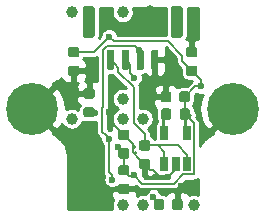
<source format=gbr>
G04 #@! TF.GenerationSoftware,KiCad,Pcbnew,(5.1.0-0)*
G04 #@! TF.CreationDate,2019-06-18T08:50:15-07:00*
G04 #@! TF.ProjectId,airdata,61697264-6174-4612-9e6b-696361645f70,rev?*
G04 #@! TF.SameCoordinates,Original*
G04 #@! TF.FileFunction,Copper,L2,Bot*
G04 #@! TF.FilePolarity,Positive*
%FSLAX46Y46*%
G04 Gerber Fmt 4.6, Leading zero omitted, Abs format (unit mm)*
G04 Created by KiCad (PCBNEW (5.1.0-0)) date 2019-06-18 08:50:15*
%MOMM*%
%LPD*%
G04 APERTURE LIST*
%ADD10C,0.100000*%
%ADD11C,1.000000*%
%ADD12C,0.600000*%
%ADD13C,0.700000*%
%ADD14C,4.400000*%
%ADD15C,0.875000*%
%ADD16R,0.650000X1.220000*%
%ADD17C,0.800000*%
%ADD18C,0.160000*%
%ADD19C,0.250000*%
%ADD20C,0.254000*%
G04 APERTURE END LIST*
D10*
G36*
X44999504Y-44301204D02*
G01*
X45023773Y-44304804D01*
X45047571Y-44310765D01*
X45070671Y-44319030D01*
X45092849Y-44329520D01*
X45113893Y-44342133D01*
X45133598Y-44356747D01*
X45151777Y-44373223D01*
X45168253Y-44391402D01*
X45182867Y-44411107D01*
X45195480Y-44432151D01*
X45205970Y-44454329D01*
X45214235Y-44477429D01*
X45220196Y-44501227D01*
X45223796Y-44525496D01*
X45225000Y-44550000D01*
X45225000Y-46750000D01*
X45223796Y-46774504D01*
X45220196Y-46798773D01*
X45214235Y-46822571D01*
X45205970Y-46845671D01*
X45195480Y-46867849D01*
X45182867Y-46888893D01*
X45168253Y-46908598D01*
X45151777Y-46926777D01*
X45133598Y-46943253D01*
X45113893Y-46957867D01*
X45092849Y-46970480D01*
X45070671Y-46980970D01*
X45047571Y-46989235D01*
X45023773Y-46995196D01*
X44999504Y-46998796D01*
X44975000Y-47000000D01*
X44475000Y-47000000D01*
X44450496Y-46998796D01*
X44426227Y-46995196D01*
X44402429Y-46989235D01*
X44379329Y-46980970D01*
X44357151Y-46970480D01*
X44336107Y-46957867D01*
X44316402Y-46943253D01*
X44298223Y-46926777D01*
X44281747Y-46908598D01*
X44267133Y-46888893D01*
X44254520Y-46867849D01*
X44244030Y-46845671D01*
X44235765Y-46822571D01*
X44229804Y-46798773D01*
X44226204Y-46774504D01*
X44225000Y-46750000D01*
X44225000Y-44550000D01*
X44226204Y-44525496D01*
X44229804Y-44501227D01*
X44235765Y-44477429D01*
X44244030Y-44454329D01*
X44254520Y-44432151D01*
X44267133Y-44411107D01*
X44281747Y-44391402D01*
X44298223Y-44373223D01*
X44316402Y-44356747D01*
X44336107Y-44342133D01*
X44357151Y-44329520D01*
X44379329Y-44319030D01*
X44402429Y-44310765D01*
X44426227Y-44304804D01*
X44450496Y-44301204D01*
X44475000Y-44300000D01*
X44975000Y-44300000D01*
X44999504Y-44301204D01*
X44999504Y-44301204D01*
G37*
D11*
X44725000Y-45650000D03*
D10*
G36*
X37549504Y-44301204D02*
G01*
X37573773Y-44304804D01*
X37597571Y-44310765D01*
X37620671Y-44319030D01*
X37642849Y-44329520D01*
X37663893Y-44342133D01*
X37683598Y-44356747D01*
X37701777Y-44373223D01*
X37718253Y-44391402D01*
X37732867Y-44411107D01*
X37745480Y-44432151D01*
X37755970Y-44454329D01*
X37764235Y-44477429D01*
X37770196Y-44501227D01*
X37773796Y-44525496D01*
X37775000Y-44550000D01*
X37775000Y-46750000D01*
X37773796Y-46774504D01*
X37770196Y-46798773D01*
X37764235Y-46822571D01*
X37755970Y-46845671D01*
X37745480Y-46867849D01*
X37732867Y-46888893D01*
X37718253Y-46908598D01*
X37701777Y-46926777D01*
X37683598Y-46943253D01*
X37663893Y-46957867D01*
X37642849Y-46970480D01*
X37620671Y-46980970D01*
X37597571Y-46989235D01*
X37573773Y-46995196D01*
X37549504Y-46998796D01*
X37525000Y-47000000D01*
X37025000Y-47000000D01*
X37000496Y-46998796D01*
X36976227Y-46995196D01*
X36952429Y-46989235D01*
X36929329Y-46980970D01*
X36907151Y-46970480D01*
X36886107Y-46957867D01*
X36866402Y-46943253D01*
X36848223Y-46926777D01*
X36831747Y-46908598D01*
X36817133Y-46888893D01*
X36804520Y-46867849D01*
X36794030Y-46845671D01*
X36785765Y-46822571D01*
X36779804Y-46798773D01*
X36776204Y-46774504D01*
X36775000Y-46750000D01*
X36775000Y-44550000D01*
X36776204Y-44525496D01*
X36779804Y-44501227D01*
X36785765Y-44477429D01*
X36794030Y-44454329D01*
X36804520Y-44432151D01*
X36817133Y-44411107D01*
X36831747Y-44391402D01*
X36848223Y-44373223D01*
X36866402Y-44356747D01*
X36886107Y-44342133D01*
X36907151Y-44329520D01*
X36929329Y-44319030D01*
X36952429Y-44310765D01*
X36976227Y-44304804D01*
X37000496Y-44301204D01*
X37025000Y-44300000D01*
X37525000Y-44300000D01*
X37549504Y-44301204D01*
X37549504Y-44301204D01*
G37*
D11*
X37275000Y-45650000D03*
D10*
G36*
X43039703Y-48000722D02*
G01*
X43054264Y-48002882D01*
X43068543Y-48006459D01*
X43082403Y-48011418D01*
X43095710Y-48017712D01*
X43108336Y-48025280D01*
X43120159Y-48034048D01*
X43131066Y-48043934D01*
X43140952Y-48054841D01*
X43149720Y-48066664D01*
X43157288Y-48079290D01*
X43163582Y-48092597D01*
X43168541Y-48106457D01*
X43172118Y-48120736D01*
X43174278Y-48135297D01*
X43175000Y-48150000D01*
X43175000Y-49550000D01*
X43174278Y-49564703D01*
X43172118Y-49579264D01*
X43168541Y-49593543D01*
X43163582Y-49607403D01*
X43157288Y-49620710D01*
X43149720Y-49633336D01*
X43140952Y-49645159D01*
X43131066Y-49656066D01*
X43120159Y-49665952D01*
X43108336Y-49674720D01*
X43095710Y-49682288D01*
X43082403Y-49688582D01*
X43068543Y-49693541D01*
X43054264Y-49697118D01*
X43039703Y-49699278D01*
X43025000Y-49700000D01*
X42725000Y-49700000D01*
X42710297Y-49699278D01*
X42695736Y-49697118D01*
X42681457Y-49693541D01*
X42667597Y-49688582D01*
X42654290Y-49682288D01*
X42641664Y-49674720D01*
X42629841Y-49665952D01*
X42618934Y-49656066D01*
X42609048Y-49645159D01*
X42600280Y-49633336D01*
X42592712Y-49620710D01*
X42586418Y-49607403D01*
X42581459Y-49593543D01*
X42577882Y-49579264D01*
X42575722Y-49564703D01*
X42575000Y-49550000D01*
X42575000Y-48150000D01*
X42575722Y-48135297D01*
X42577882Y-48120736D01*
X42581459Y-48106457D01*
X42586418Y-48092597D01*
X42592712Y-48079290D01*
X42600280Y-48066664D01*
X42609048Y-48054841D01*
X42618934Y-48043934D01*
X42629841Y-48034048D01*
X42641664Y-48025280D01*
X42654290Y-48017712D01*
X42667597Y-48011418D01*
X42681457Y-48006459D01*
X42695736Y-48002882D01*
X42710297Y-48000722D01*
X42725000Y-48000000D01*
X43025000Y-48000000D01*
X43039703Y-48000722D01*
X43039703Y-48000722D01*
G37*
D12*
X42875000Y-48850000D03*
D10*
G36*
X41789703Y-48000722D02*
G01*
X41804264Y-48002882D01*
X41818543Y-48006459D01*
X41832403Y-48011418D01*
X41845710Y-48017712D01*
X41858336Y-48025280D01*
X41870159Y-48034048D01*
X41881066Y-48043934D01*
X41890952Y-48054841D01*
X41899720Y-48066664D01*
X41907288Y-48079290D01*
X41913582Y-48092597D01*
X41918541Y-48106457D01*
X41922118Y-48120736D01*
X41924278Y-48135297D01*
X41925000Y-48150000D01*
X41925000Y-49550000D01*
X41924278Y-49564703D01*
X41922118Y-49579264D01*
X41918541Y-49593543D01*
X41913582Y-49607403D01*
X41907288Y-49620710D01*
X41899720Y-49633336D01*
X41890952Y-49645159D01*
X41881066Y-49656066D01*
X41870159Y-49665952D01*
X41858336Y-49674720D01*
X41845710Y-49682288D01*
X41832403Y-49688582D01*
X41818543Y-49693541D01*
X41804264Y-49697118D01*
X41789703Y-49699278D01*
X41775000Y-49700000D01*
X41475000Y-49700000D01*
X41460297Y-49699278D01*
X41445736Y-49697118D01*
X41431457Y-49693541D01*
X41417597Y-49688582D01*
X41404290Y-49682288D01*
X41391664Y-49674720D01*
X41379841Y-49665952D01*
X41368934Y-49656066D01*
X41359048Y-49645159D01*
X41350280Y-49633336D01*
X41342712Y-49620710D01*
X41336418Y-49607403D01*
X41331459Y-49593543D01*
X41327882Y-49579264D01*
X41325722Y-49564703D01*
X41325000Y-49550000D01*
X41325000Y-48150000D01*
X41325722Y-48135297D01*
X41327882Y-48120736D01*
X41331459Y-48106457D01*
X41336418Y-48092597D01*
X41342712Y-48079290D01*
X41350280Y-48066664D01*
X41359048Y-48054841D01*
X41368934Y-48043934D01*
X41379841Y-48034048D01*
X41391664Y-48025280D01*
X41404290Y-48017712D01*
X41417597Y-48011418D01*
X41431457Y-48006459D01*
X41445736Y-48002882D01*
X41460297Y-48000722D01*
X41475000Y-48000000D01*
X41775000Y-48000000D01*
X41789703Y-48000722D01*
X41789703Y-48000722D01*
G37*
D12*
X41625000Y-48850000D03*
D10*
G36*
X40539703Y-48000722D02*
G01*
X40554264Y-48002882D01*
X40568543Y-48006459D01*
X40582403Y-48011418D01*
X40595710Y-48017712D01*
X40608336Y-48025280D01*
X40620159Y-48034048D01*
X40631066Y-48043934D01*
X40640952Y-48054841D01*
X40649720Y-48066664D01*
X40657288Y-48079290D01*
X40663582Y-48092597D01*
X40668541Y-48106457D01*
X40672118Y-48120736D01*
X40674278Y-48135297D01*
X40675000Y-48150000D01*
X40675000Y-49550000D01*
X40674278Y-49564703D01*
X40672118Y-49579264D01*
X40668541Y-49593543D01*
X40663582Y-49607403D01*
X40657288Y-49620710D01*
X40649720Y-49633336D01*
X40640952Y-49645159D01*
X40631066Y-49656066D01*
X40620159Y-49665952D01*
X40608336Y-49674720D01*
X40595710Y-49682288D01*
X40582403Y-49688582D01*
X40568543Y-49693541D01*
X40554264Y-49697118D01*
X40539703Y-49699278D01*
X40525000Y-49700000D01*
X40225000Y-49700000D01*
X40210297Y-49699278D01*
X40195736Y-49697118D01*
X40181457Y-49693541D01*
X40167597Y-49688582D01*
X40154290Y-49682288D01*
X40141664Y-49674720D01*
X40129841Y-49665952D01*
X40118934Y-49656066D01*
X40109048Y-49645159D01*
X40100280Y-49633336D01*
X40092712Y-49620710D01*
X40086418Y-49607403D01*
X40081459Y-49593543D01*
X40077882Y-49579264D01*
X40075722Y-49564703D01*
X40075000Y-49550000D01*
X40075000Y-48150000D01*
X40075722Y-48135297D01*
X40077882Y-48120736D01*
X40081459Y-48106457D01*
X40086418Y-48092597D01*
X40092712Y-48079290D01*
X40100280Y-48066664D01*
X40109048Y-48054841D01*
X40118934Y-48043934D01*
X40129841Y-48034048D01*
X40141664Y-48025280D01*
X40154290Y-48017712D01*
X40167597Y-48011418D01*
X40181457Y-48006459D01*
X40195736Y-48002882D01*
X40210297Y-48000722D01*
X40225000Y-48000000D01*
X40525000Y-48000000D01*
X40539703Y-48000722D01*
X40539703Y-48000722D01*
G37*
D12*
X40375000Y-48850000D03*
D10*
G36*
X39289703Y-48000722D02*
G01*
X39304264Y-48002882D01*
X39318543Y-48006459D01*
X39332403Y-48011418D01*
X39345710Y-48017712D01*
X39358336Y-48025280D01*
X39370159Y-48034048D01*
X39381066Y-48043934D01*
X39390952Y-48054841D01*
X39399720Y-48066664D01*
X39407288Y-48079290D01*
X39413582Y-48092597D01*
X39418541Y-48106457D01*
X39422118Y-48120736D01*
X39424278Y-48135297D01*
X39425000Y-48150000D01*
X39425000Y-49550000D01*
X39424278Y-49564703D01*
X39422118Y-49579264D01*
X39418541Y-49593543D01*
X39413582Y-49607403D01*
X39407288Y-49620710D01*
X39399720Y-49633336D01*
X39390952Y-49645159D01*
X39381066Y-49656066D01*
X39370159Y-49665952D01*
X39358336Y-49674720D01*
X39345710Y-49682288D01*
X39332403Y-49688582D01*
X39318543Y-49693541D01*
X39304264Y-49697118D01*
X39289703Y-49699278D01*
X39275000Y-49700000D01*
X38975000Y-49700000D01*
X38960297Y-49699278D01*
X38945736Y-49697118D01*
X38931457Y-49693541D01*
X38917597Y-49688582D01*
X38904290Y-49682288D01*
X38891664Y-49674720D01*
X38879841Y-49665952D01*
X38868934Y-49656066D01*
X38859048Y-49645159D01*
X38850280Y-49633336D01*
X38842712Y-49620710D01*
X38836418Y-49607403D01*
X38831459Y-49593543D01*
X38827882Y-49579264D01*
X38825722Y-49564703D01*
X38825000Y-49550000D01*
X38825000Y-48150000D01*
X38825722Y-48135297D01*
X38827882Y-48120736D01*
X38831459Y-48106457D01*
X38836418Y-48092597D01*
X38842712Y-48079290D01*
X38850280Y-48066664D01*
X38859048Y-48054841D01*
X38868934Y-48043934D01*
X38879841Y-48034048D01*
X38891664Y-48025280D01*
X38904290Y-48017712D01*
X38917597Y-48011418D01*
X38931457Y-48006459D01*
X38945736Y-48002882D01*
X38960297Y-48000722D01*
X38975000Y-48000000D01*
X39275000Y-48000000D01*
X39289703Y-48000722D01*
X39289703Y-48000722D01*
G37*
D12*
X39125000Y-48850000D03*
D13*
X50666726Y-51833274D03*
X49500000Y-51350000D03*
X48333274Y-51833274D03*
X47850000Y-53000000D03*
X48333274Y-54166726D03*
X49500000Y-54650000D03*
X50666726Y-54166726D03*
X51150000Y-53000000D03*
D14*
X49500000Y-53000000D03*
D10*
G36*
X45027691Y-60626053D02*
G01*
X45048926Y-60629203D01*
X45069750Y-60634419D01*
X45089962Y-60641651D01*
X45109368Y-60650830D01*
X45127781Y-60661866D01*
X45145024Y-60674654D01*
X45160930Y-60689070D01*
X45175346Y-60704976D01*
X45188134Y-60722219D01*
X45199170Y-60740632D01*
X45208349Y-60760038D01*
X45215581Y-60780250D01*
X45220797Y-60801074D01*
X45223947Y-60822309D01*
X45225000Y-60843750D01*
X45225000Y-61356250D01*
X45223947Y-61377691D01*
X45220797Y-61398926D01*
X45215581Y-61419750D01*
X45208349Y-61439962D01*
X45199170Y-61459368D01*
X45188134Y-61477781D01*
X45175346Y-61495024D01*
X45160930Y-61510930D01*
X45145024Y-61525346D01*
X45127781Y-61538134D01*
X45109368Y-61549170D01*
X45089962Y-61558349D01*
X45069750Y-61565581D01*
X45048926Y-61570797D01*
X45027691Y-61573947D01*
X45006250Y-61575000D01*
X44568750Y-61575000D01*
X44547309Y-61573947D01*
X44526074Y-61570797D01*
X44505250Y-61565581D01*
X44485038Y-61558349D01*
X44465632Y-61549170D01*
X44447219Y-61538134D01*
X44429976Y-61525346D01*
X44414070Y-61510930D01*
X44399654Y-61495024D01*
X44386866Y-61477781D01*
X44375830Y-61459368D01*
X44366651Y-61439962D01*
X44359419Y-61419750D01*
X44354203Y-61398926D01*
X44351053Y-61377691D01*
X44350000Y-61356250D01*
X44350000Y-60843750D01*
X44351053Y-60822309D01*
X44354203Y-60801074D01*
X44359419Y-60780250D01*
X44366651Y-60760038D01*
X44375830Y-60740632D01*
X44386866Y-60722219D01*
X44399654Y-60704976D01*
X44414070Y-60689070D01*
X44429976Y-60674654D01*
X44447219Y-60661866D01*
X44465632Y-60650830D01*
X44485038Y-60641651D01*
X44505250Y-60634419D01*
X44526074Y-60629203D01*
X44547309Y-60626053D01*
X44568750Y-60625000D01*
X45006250Y-60625000D01*
X45027691Y-60626053D01*
X45027691Y-60626053D01*
G37*
D15*
X44787500Y-61100000D03*
D10*
G36*
X43452691Y-60626053D02*
G01*
X43473926Y-60629203D01*
X43494750Y-60634419D01*
X43514962Y-60641651D01*
X43534368Y-60650830D01*
X43552781Y-60661866D01*
X43570024Y-60674654D01*
X43585930Y-60689070D01*
X43600346Y-60704976D01*
X43613134Y-60722219D01*
X43624170Y-60740632D01*
X43633349Y-60760038D01*
X43640581Y-60780250D01*
X43645797Y-60801074D01*
X43648947Y-60822309D01*
X43650000Y-60843750D01*
X43650000Y-61356250D01*
X43648947Y-61377691D01*
X43645797Y-61398926D01*
X43640581Y-61419750D01*
X43633349Y-61439962D01*
X43624170Y-61459368D01*
X43613134Y-61477781D01*
X43600346Y-61495024D01*
X43585930Y-61510930D01*
X43570024Y-61525346D01*
X43552781Y-61538134D01*
X43534368Y-61549170D01*
X43514962Y-61558349D01*
X43494750Y-61565581D01*
X43473926Y-61570797D01*
X43452691Y-61573947D01*
X43431250Y-61575000D01*
X42993750Y-61575000D01*
X42972309Y-61573947D01*
X42951074Y-61570797D01*
X42930250Y-61565581D01*
X42910038Y-61558349D01*
X42890632Y-61549170D01*
X42872219Y-61538134D01*
X42854976Y-61525346D01*
X42839070Y-61510930D01*
X42824654Y-61495024D01*
X42811866Y-61477781D01*
X42800830Y-61459368D01*
X42791651Y-61439962D01*
X42784419Y-61419750D01*
X42779203Y-61398926D01*
X42776053Y-61377691D01*
X42775000Y-61356250D01*
X42775000Y-60843750D01*
X42776053Y-60822309D01*
X42779203Y-60801074D01*
X42784419Y-60780250D01*
X42791651Y-60760038D01*
X42800830Y-60740632D01*
X42811866Y-60722219D01*
X42824654Y-60704976D01*
X42839070Y-60689070D01*
X42854976Y-60674654D01*
X42872219Y-60661866D01*
X42890632Y-60650830D01*
X42910038Y-60641651D01*
X42930250Y-60634419D01*
X42951074Y-60629203D01*
X42972309Y-60626053D01*
X42993750Y-60625000D01*
X43431250Y-60625000D01*
X43452691Y-60626053D01*
X43452691Y-60626053D01*
G37*
D15*
X43212500Y-61100000D03*
D10*
G36*
X37577691Y-51276053D02*
G01*
X37598926Y-51279203D01*
X37619750Y-51284419D01*
X37639962Y-51291651D01*
X37659368Y-51300830D01*
X37677781Y-51311866D01*
X37695024Y-51324654D01*
X37710930Y-51339070D01*
X37725346Y-51354976D01*
X37738134Y-51372219D01*
X37749170Y-51390632D01*
X37758349Y-51410038D01*
X37765581Y-51430250D01*
X37770797Y-51451074D01*
X37773947Y-51472309D01*
X37775000Y-51493750D01*
X37775000Y-51931250D01*
X37773947Y-51952691D01*
X37770797Y-51973926D01*
X37765581Y-51994750D01*
X37758349Y-52014962D01*
X37749170Y-52034368D01*
X37738134Y-52052781D01*
X37725346Y-52070024D01*
X37710930Y-52085930D01*
X37695024Y-52100346D01*
X37677781Y-52113134D01*
X37659368Y-52124170D01*
X37639962Y-52133349D01*
X37619750Y-52140581D01*
X37598926Y-52145797D01*
X37577691Y-52148947D01*
X37556250Y-52150000D01*
X37043750Y-52150000D01*
X37022309Y-52148947D01*
X37001074Y-52145797D01*
X36980250Y-52140581D01*
X36960038Y-52133349D01*
X36940632Y-52124170D01*
X36922219Y-52113134D01*
X36904976Y-52100346D01*
X36889070Y-52085930D01*
X36874654Y-52070024D01*
X36861866Y-52052781D01*
X36850830Y-52034368D01*
X36841651Y-52014962D01*
X36834419Y-51994750D01*
X36829203Y-51973926D01*
X36826053Y-51952691D01*
X36825000Y-51931250D01*
X36825000Y-51493750D01*
X36826053Y-51472309D01*
X36829203Y-51451074D01*
X36834419Y-51430250D01*
X36841651Y-51410038D01*
X36850830Y-51390632D01*
X36861866Y-51372219D01*
X36874654Y-51354976D01*
X36889070Y-51339070D01*
X36904976Y-51324654D01*
X36922219Y-51311866D01*
X36940632Y-51300830D01*
X36960038Y-51291651D01*
X36980250Y-51284419D01*
X37001074Y-51279203D01*
X37022309Y-51276053D01*
X37043750Y-51275000D01*
X37556250Y-51275000D01*
X37577691Y-51276053D01*
X37577691Y-51276053D01*
G37*
D15*
X37300000Y-51712500D03*
D10*
G36*
X37577691Y-52851053D02*
G01*
X37598926Y-52854203D01*
X37619750Y-52859419D01*
X37639962Y-52866651D01*
X37659368Y-52875830D01*
X37677781Y-52886866D01*
X37695024Y-52899654D01*
X37710930Y-52914070D01*
X37725346Y-52929976D01*
X37738134Y-52947219D01*
X37749170Y-52965632D01*
X37758349Y-52985038D01*
X37765581Y-53005250D01*
X37770797Y-53026074D01*
X37773947Y-53047309D01*
X37775000Y-53068750D01*
X37775000Y-53506250D01*
X37773947Y-53527691D01*
X37770797Y-53548926D01*
X37765581Y-53569750D01*
X37758349Y-53589962D01*
X37749170Y-53609368D01*
X37738134Y-53627781D01*
X37725346Y-53645024D01*
X37710930Y-53660930D01*
X37695024Y-53675346D01*
X37677781Y-53688134D01*
X37659368Y-53699170D01*
X37639962Y-53708349D01*
X37619750Y-53715581D01*
X37598926Y-53720797D01*
X37577691Y-53723947D01*
X37556250Y-53725000D01*
X37043750Y-53725000D01*
X37022309Y-53723947D01*
X37001074Y-53720797D01*
X36980250Y-53715581D01*
X36960038Y-53708349D01*
X36940632Y-53699170D01*
X36922219Y-53688134D01*
X36904976Y-53675346D01*
X36889070Y-53660930D01*
X36874654Y-53645024D01*
X36861866Y-53627781D01*
X36850830Y-53609368D01*
X36841651Y-53589962D01*
X36834419Y-53569750D01*
X36829203Y-53548926D01*
X36826053Y-53527691D01*
X36825000Y-53506250D01*
X36825000Y-53068750D01*
X36826053Y-53047309D01*
X36829203Y-53026074D01*
X36834419Y-53005250D01*
X36841651Y-52985038D01*
X36850830Y-52965632D01*
X36861866Y-52947219D01*
X36874654Y-52929976D01*
X36889070Y-52914070D01*
X36904976Y-52899654D01*
X36922219Y-52886866D01*
X36940632Y-52875830D01*
X36960038Y-52866651D01*
X36980250Y-52859419D01*
X37001074Y-52854203D01*
X37022309Y-52851053D01*
X37043750Y-52850000D01*
X37556250Y-52850000D01*
X37577691Y-52851053D01*
X37577691Y-52851053D01*
G37*
D15*
X37300000Y-53287500D03*
D10*
G36*
X40527691Y-59351053D02*
G01*
X40548926Y-59354203D01*
X40569750Y-59359419D01*
X40589962Y-59366651D01*
X40609368Y-59375830D01*
X40627781Y-59386866D01*
X40645024Y-59399654D01*
X40660930Y-59414070D01*
X40675346Y-59429976D01*
X40688134Y-59447219D01*
X40699170Y-59465632D01*
X40708349Y-59485038D01*
X40715581Y-59505250D01*
X40720797Y-59526074D01*
X40723947Y-59547309D01*
X40725000Y-59568750D01*
X40725000Y-60006250D01*
X40723947Y-60027691D01*
X40720797Y-60048926D01*
X40715581Y-60069750D01*
X40708349Y-60089962D01*
X40699170Y-60109368D01*
X40688134Y-60127781D01*
X40675346Y-60145024D01*
X40660930Y-60160930D01*
X40645024Y-60175346D01*
X40627781Y-60188134D01*
X40609368Y-60199170D01*
X40589962Y-60208349D01*
X40569750Y-60215581D01*
X40548926Y-60220797D01*
X40527691Y-60223947D01*
X40506250Y-60225000D01*
X39993750Y-60225000D01*
X39972309Y-60223947D01*
X39951074Y-60220797D01*
X39930250Y-60215581D01*
X39910038Y-60208349D01*
X39890632Y-60199170D01*
X39872219Y-60188134D01*
X39854976Y-60175346D01*
X39839070Y-60160930D01*
X39824654Y-60145024D01*
X39811866Y-60127781D01*
X39800830Y-60109368D01*
X39791651Y-60089962D01*
X39784419Y-60069750D01*
X39779203Y-60048926D01*
X39776053Y-60027691D01*
X39775000Y-60006250D01*
X39775000Y-59568750D01*
X39776053Y-59547309D01*
X39779203Y-59526074D01*
X39784419Y-59505250D01*
X39791651Y-59485038D01*
X39800830Y-59465632D01*
X39811866Y-59447219D01*
X39824654Y-59429976D01*
X39839070Y-59414070D01*
X39854976Y-59399654D01*
X39872219Y-59386866D01*
X39890632Y-59375830D01*
X39910038Y-59366651D01*
X39930250Y-59359419D01*
X39951074Y-59354203D01*
X39972309Y-59351053D01*
X39993750Y-59350000D01*
X40506250Y-59350000D01*
X40527691Y-59351053D01*
X40527691Y-59351053D01*
G37*
D15*
X40250000Y-59787500D03*
D10*
G36*
X40527691Y-57776053D02*
G01*
X40548926Y-57779203D01*
X40569750Y-57784419D01*
X40589962Y-57791651D01*
X40609368Y-57800830D01*
X40627781Y-57811866D01*
X40645024Y-57824654D01*
X40660930Y-57839070D01*
X40675346Y-57854976D01*
X40688134Y-57872219D01*
X40699170Y-57890632D01*
X40708349Y-57910038D01*
X40715581Y-57930250D01*
X40720797Y-57951074D01*
X40723947Y-57972309D01*
X40725000Y-57993750D01*
X40725000Y-58431250D01*
X40723947Y-58452691D01*
X40720797Y-58473926D01*
X40715581Y-58494750D01*
X40708349Y-58514962D01*
X40699170Y-58534368D01*
X40688134Y-58552781D01*
X40675346Y-58570024D01*
X40660930Y-58585930D01*
X40645024Y-58600346D01*
X40627781Y-58613134D01*
X40609368Y-58624170D01*
X40589962Y-58633349D01*
X40569750Y-58640581D01*
X40548926Y-58645797D01*
X40527691Y-58648947D01*
X40506250Y-58650000D01*
X39993750Y-58650000D01*
X39972309Y-58648947D01*
X39951074Y-58645797D01*
X39930250Y-58640581D01*
X39910038Y-58633349D01*
X39890632Y-58624170D01*
X39872219Y-58613134D01*
X39854976Y-58600346D01*
X39839070Y-58585930D01*
X39824654Y-58570024D01*
X39811866Y-58552781D01*
X39800830Y-58534368D01*
X39791651Y-58514962D01*
X39784419Y-58494750D01*
X39779203Y-58473926D01*
X39776053Y-58452691D01*
X39775000Y-58431250D01*
X39775000Y-57993750D01*
X39776053Y-57972309D01*
X39779203Y-57951074D01*
X39784419Y-57930250D01*
X39791651Y-57910038D01*
X39800830Y-57890632D01*
X39811866Y-57872219D01*
X39824654Y-57854976D01*
X39839070Y-57839070D01*
X39854976Y-57824654D01*
X39872219Y-57811866D01*
X39890632Y-57800830D01*
X39910038Y-57791651D01*
X39930250Y-57784419D01*
X39951074Y-57779203D01*
X39972309Y-57776053D01*
X39993750Y-57775000D01*
X40506250Y-57775000D01*
X40527691Y-57776053D01*
X40527691Y-57776053D01*
G37*
D15*
X40250000Y-58212500D03*
D10*
G36*
X40527691Y-54776053D02*
G01*
X40548926Y-54779203D01*
X40569750Y-54784419D01*
X40589962Y-54791651D01*
X40609368Y-54800830D01*
X40627781Y-54811866D01*
X40645024Y-54824654D01*
X40660930Y-54839070D01*
X40675346Y-54854976D01*
X40688134Y-54872219D01*
X40699170Y-54890632D01*
X40708349Y-54910038D01*
X40715581Y-54930250D01*
X40720797Y-54951074D01*
X40723947Y-54972309D01*
X40725000Y-54993750D01*
X40725000Y-55431250D01*
X40723947Y-55452691D01*
X40720797Y-55473926D01*
X40715581Y-55494750D01*
X40708349Y-55514962D01*
X40699170Y-55534368D01*
X40688134Y-55552781D01*
X40675346Y-55570024D01*
X40660930Y-55585930D01*
X40645024Y-55600346D01*
X40627781Y-55613134D01*
X40609368Y-55624170D01*
X40589962Y-55633349D01*
X40569750Y-55640581D01*
X40548926Y-55645797D01*
X40527691Y-55648947D01*
X40506250Y-55650000D01*
X39993750Y-55650000D01*
X39972309Y-55648947D01*
X39951074Y-55645797D01*
X39930250Y-55640581D01*
X39910038Y-55633349D01*
X39890632Y-55624170D01*
X39872219Y-55613134D01*
X39854976Y-55600346D01*
X39839070Y-55585930D01*
X39824654Y-55570024D01*
X39811866Y-55552781D01*
X39800830Y-55534368D01*
X39791651Y-55514962D01*
X39784419Y-55494750D01*
X39779203Y-55473926D01*
X39776053Y-55452691D01*
X39775000Y-55431250D01*
X39775000Y-54993750D01*
X39776053Y-54972309D01*
X39779203Y-54951074D01*
X39784419Y-54930250D01*
X39791651Y-54910038D01*
X39800830Y-54890632D01*
X39811866Y-54872219D01*
X39824654Y-54854976D01*
X39839070Y-54839070D01*
X39854976Y-54824654D01*
X39872219Y-54811866D01*
X39890632Y-54800830D01*
X39910038Y-54791651D01*
X39930250Y-54784419D01*
X39951074Y-54779203D01*
X39972309Y-54776053D01*
X39993750Y-54775000D01*
X40506250Y-54775000D01*
X40527691Y-54776053D01*
X40527691Y-54776053D01*
G37*
D15*
X40250000Y-55212500D03*
D10*
G36*
X40527691Y-56351053D02*
G01*
X40548926Y-56354203D01*
X40569750Y-56359419D01*
X40589962Y-56366651D01*
X40609368Y-56375830D01*
X40627781Y-56386866D01*
X40645024Y-56399654D01*
X40660930Y-56414070D01*
X40675346Y-56429976D01*
X40688134Y-56447219D01*
X40699170Y-56465632D01*
X40708349Y-56485038D01*
X40715581Y-56505250D01*
X40720797Y-56526074D01*
X40723947Y-56547309D01*
X40725000Y-56568750D01*
X40725000Y-57006250D01*
X40723947Y-57027691D01*
X40720797Y-57048926D01*
X40715581Y-57069750D01*
X40708349Y-57089962D01*
X40699170Y-57109368D01*
X40688134Y-57127781D01*
X40675346Y-57145024D01*
X40660930Y-57160930D01*
X40645024Y-57175346D01*
X40627781Y-57188134D01*
X40609368Y-57199170D01*
X40589962Y-57208349D01*
X40569750Y-57215581D01*
X40548926Y-57220797D01*
X40527691Y-57223947D01*
X40506250Y-57225000D01*
X39993750Y-57225000D01*
X39972309Y-57223947D01*
X39951074Y-57220797D01*
X39930250Y-57215581D01*
X39910038Y-57208349D01*
X39890632Y-57199170D01*
X39872219Y-57188134D01*
X39854976Y-57175346D01*
X39839070Y-57160930D01*
X39824654Y-57145024D01*
X39811866Y-57127781D01*
X39800830Y-57109368D01*
X39791651Y-57089962D01*
X39784419Y-57069750D01*
X39779203Y-57048926D01*
X39776053Y-57027691D01*
X39775000Y-57006250D01*
X39775000Y-56568750D01*
X39776053Y-56547309D01*
X39779203Y-56526074D01*
X39784419Y-56505250D01*
X39791651Y-56485038D01*
X39800830Y-56465632D01*
X39811866Y-56447219D01*
X39824654Y-56429976D01*
X39839070Y-56414070D01*
X39854976Y-56399654D01*
X39872219Y-56386866D01*
X39890632Y-56375830D01*
X39910038Y-56366651D01*
X39930250Y-56359419D01*
X39951074Y-56354203D01*
X39972309Y-56351053D01*
X39993750Y-56350000D01*
X40506250Y-56350000D01*
X40527691Y-56351053D01*
X40527691Y-56351053D01*
G37*
D15*
X40250000Y-56787500D03*
D10*
G36*
X46277691Y-47776053D02*
G01*
X46298926Y-47779203D01*
X46319750Y-47784419D01*
X46339962Y-47791651D01*
X46359368Y-47800830D01*
X46377781Y-47811866D01*
X46395024Y-47824654D01*
X46410930Y-47839070D01*
X46425346Y-47854976D01*
X46438134Y-47872219D01*
X46449170Y-47890632D01*
X46458349Y-47910038D01*
X46465581Y-47930250D01*
X46470797Y-47951074D01*
X46473947Y-47972309D01*
X46475000Y-47993750D01*
X46475000Y-48431250D01*
X46473947Y-48452691D01*
X46470797Y-48473926D01*
X46465581Y-48494750D01*
X46458349Y-48514962D01*
X46449170Y-48534368D01*
X46438134Y-48552781D01*
X46425346Y-48570024D01*
X46410930Y-48585930D01*
X46395024Y-48600346D01*
X46377781Y-48613134D01*
X46359368Y-48624170D01*
X46339962Y-48633349D01*
X46319750Y-48640581D01*
X46298926Y-48645797D01*
X46277691Y-48648947D01*
X46256250Y-48650000D01*
X45743750Y-48650000D01*
X45722309Y-48648947D01*
X45701074Y-48645797D01*
X45680250Y-48640581D01*
X45660038Y-48633349D01*
X45640632Y-48624170D01*
X45622219Y-48613134D01*
X45604976Y-48600346D01*
X45589070Y-48585930D01*
X45574654Y-48570024D01*
X45561866Y-48552781D01*
X45550830Y-48534368D01*
X45541651Y-48514962D01*
X45534419Y-48494750D01*
X45529203Y-48473926D01*
X45526053Y-48452691D01*
X45525000Y-48431250D01*
X45525000Y-47993750D01*
X45526053Y-47972309D01*
X45529203Y-47951074D01*
X45534419Y-47930250D01*
X45541651Y-47910038D01*
X45550830Y-47890632D01*
X45561866Y-47872219D01*
X45574654Y-47854976D01*
X45589070Y-47839070D01*
X45604976Y-47824654D01*
X45622219Y-47811866D01*
X45640632Y-47800830D01*
X45660038Y-47791651D01*
X45680250Y-47784419D01*
X45701074Y-47779203D01*
X45722309Y-47776053D01*
X45743750Y-47775000D01*
X46256250Y-47775000D01*
X46277691Y-47776053D01*
X46277691Y-47776053D01*
G37*
D15*
X46000000Y-48212500D03*
D10*
G36*
X46277691Y-49351053D02*
G01*
X46298926Y-49354203D01*
X46319750Y-49359419D01*
X46339962Y-49366651D01*
X46359368Y-49375830D01*
X46377781Y-49386866D01*
X46395024Y-49399654D01*
X46410930Y-49414070D01*
X46425346Y-49429976D01*
X46438134Y-49447219D01*
X46449170Y-49465632D01*
X46458349Y-49485038D01*
X46465581Y-49505250D01*
X46470797Y-49526074D01*
X46473947Y-49547309D01*
X46475000Y-49568750D01*
X46475000Y-50006250D01*
X46473947Y-50027691D01*
X46470797Y-50048926D01*
X46465581Y-50069750D01*
X46458349Y-50089962D01*
X46449170Y-50109368D01*
X46438134Y-50127781D01*
X46425346Y-50145024D01*
X46410930Y-50160930D01*
X46395024Y-50175346D01*
X46377781Y-50188134D01*
X46359368Y-50199170D01*
X46339962Y-50208349D01*
X46319750Y-50215581D01*
X46298926Y-50220797D01*
X46277691Y-50223947D01*
X46256250Y-50225000D01*
X45743750Y-50225000D01*
X45722309Y-50223947D01*
X45701074Y-50220797D01*
X45680250Y-50215581D01*
X45660038Y-50208349D01*
X45640632Y-50199170D01*
X45622219Y-50188134D01*
X45604976Y-50175346D01*
X45589070Y-50160930D01*
X45574654Y-50145024D01*
X45561866Y-50127781D01*
X45550830Y-50109368D01*
X45541651Y-50089962D01*
X45534419Y-50069750D01*
X45529203Y-50048926D01*
X45526053Y-50027691D01*
X45525000Y-50006250D01*
X45525000Y-49568750D01*
X45526053Y-49547309D01*
X45529203Y-49526074D01*
X45534419Y-49505250D01*
X45541651Y-49485038D01*
X45550830Y-49465632D01*
X45561866Y-49447219D01*
X45574654Y-49429976D01*
X45589070Y-49414070D01*
X45604976Y-49399654D01*
X45622219Y-49386866D01*
X45640632Y-49375830D01*
X45660038Y-49366651D01*
X45680250Y-49359419D01*
X45701074Y-49354203D01*
X45722309Y-49351053D01*
X45743750Y-49350000D01*
X46256250Y-49350000D01*
X46277691Y-49351053D01*
X46277691Y-49351053D01*
G37*
D15*
X46000000Y-49787500D03*
D10*
G36*
X36277691Y-49351053D02*
G01*
X36298926Y-49354203D01*
X36319750Y-49359419D01*
X36339962Y-49366651D01*
X36359368Y-49375830D01*
X36377781Y-49386866D01*
X36395024Y-49399654D01*
X36410930Y-49414070D01*
X36425346Y-49429976D01*
X36438134Y-49447219D01*
X36449170Y-49465632D01*
X36458349Y-49485038D01*
X36465581Y-49505250D01*
X36470797Y-49526074D01*
X36473947Y-49547309D01*
X36475000Y-49568750D01*
X36475000Y-50006250D01*
X36473947Y-50027691D01*
X36470797Y-50048926D01*
X36465581Y-50069750D01*
X36458349Y-50089962D01*
X36449170Y-50109368D01*
X36438134Y-50127781D01*
X36425346Y-50145024D01*
X36410930Y-50160930D01*
X36395024Y-50175346D01*
X36377781Y-50188134D01*
X36359368Y-50199170D01*
X36339962Y-50208349D01*
X36319750Y-50215581D01*
X36298926Y-50220797D01*
X36277691Y-50223947D01*
X36256250Y-50225000D01*
X35743750Y-50225000D01*
X35722309Y-50223947D01*
X35701074Y-50220797D01*
X35680250Y-50215581D01*
X35660038Y-50208349D01*
X35640632Y-50199170D01*
X35622219Y-50188134D01*
X35604976Y-50175346D01*
X35589070Y-50160930D01*
X35574654Y-50145024D01*
X35561866Y-50127781D01*
X35550830Y-50109368D01*
X35541651Y-50089962D01*
X35534419Y-50069750D01*
X35529203Y-50048926D01*
X35526053Y-50027691D01*
X35525000Y-50006250D01*
X35525000Y-49568750D01*
X35526053Y-49547309D01*
X35529203Y-49526074D01*
X35534419Y-49505250D01*
X35541651Y-49485038D01*
X35550830Y-49465632D01*
X35561866Y-49447219D01*
X35574654Y-49429976D01*
X35589070Y-49414070D01*
X35604976Y-49399654D01*
X35622219Y-49386866D01*
X35640632Y-49375830D01*
X35660038Y-49366651D01*
X35680250Y-49359419D01*
X35701074Y-49354203D01*
X35722309Y-49351053D01*
X35743750Y-49350000D01*
X36256250Y-49350000D01*
X36277691Y-49351053D01*
X36277691Y-49351053D01*
G37*
D15*
X36000000Y-49787500D03*
D10*
G36*
X36277691Y-47776053D02*
G01*
X36298926Y-47779203D01*
X36319750Y-47784419D01*
X36339962Y-47791651D01*
X36359368Y-47800830D01*
X36377781Y-47811866D01*
X36395024Y-47824654D01*
X36410930Y-47839070D01*
X36425346Y-47854976D01*
X36438134Y-47872219D01*
X36449170Y-47890632D01*
X36458349Y-47910038D01*
X36465581Y-47930250D01*
X36470797Y-47951074D01*
X36473947Y-47972309D01*
X36475000Y-47993750D01*
X36475000Y-48431250D01*
X36473947Y-48452691D01*
X36470797Y-48473926D01*
X36465581Y-48494750D01*
X36458349Y-48514962D01*
X36449170Y-48534368D01*
X36438134Y-48552781D01*
X36425346Y-48570024D01*
X36410930Y-48585930D01*
X36395024Y-48600346D01*
X36377781Y-48613134D01*
X36359368Y-48624170D01*
X36339962Y-48633349D01*
X36319750Y-48640581D01*
X36298926Y-48645797D01*
X36277691Y-48648947D01*
X36256250Y-48650000D01*
X35743750Y-48650000D01*
X35722309Y-48648947D01*
X35701074Y-48645797D01*
X35680250Y-48640581D01*
X35660038Y-48633349D01*
X35640632Y-48624170D01*
X35622219Y-48613134D01*
X35604976Y-48600346D01*
X35589070Y-48585930D01*
X35574654Y-48570024D01*
X35561866Y-48552781D01*
X35550830Y-48534368D01*
X35541651Y-48514962D01*
X35534419Y-48494750D01*
X35529203Y-48473926D01*
X35526053Y-48452691D01*
X35525000Y-48431250D01*
X35525000Y-47993750D01*
X35526053Y-47972309D01*
X35529203Y-47951074D01*
X35534419Y-47930250D01*
X35541651Y-47910038D01*
X35550830Y-47890632D01*
X35561866Y-47872219D01*
X35574654Y-47854976D01*
X35589070Y-47839070D01*
X35604976Y-47824654D01*
X35622219Y-47811866D01*
X35640632Y-47800830D01*
X35660038Y-47791651D01*
X35680250Y-47784419D01*
X35701074Y-47779203D01*
X35722309Y-47776053D01*
X35743750Y-47775000D01*
X36256250Y-47775000D01*
X36277691Y-47776053D01*
X36277691Y-47776053D01*
G37*
D15*
X36000000Y-48212500D03*
D13*
X33666726Y-51833274D03*
X32500000Y-51350000D03*
X31333274Y-51833274D03*
X30850000Y-53000000D03*
X31333274Y-54166726D03*
X32500000Y-54650000D03*
X33666726Y-54166726D03*
X34150000Y-53000000D03*
D14*
X32500000Y-53000000D03*
D16*
X45575000Y-55040000D03*
X43675000Y-55040000D03*
X43675000Y-57660000D03*
X44625000Y-57660000D03*
X45575000Y-57660000D03*
D11*
X40150000Y-52150000D03*
X40150000Y-44850000D03*
X35850000Y-44850000D03*
X40150000Y-61150000D03*
X40150000Y-53850000D03*
X35850000Y-53850000D03*
X46150000Y-61150000D03*
X41850000Y-61150000D03*
X41850000Y-53850000D03*
D10*
G36*
X42277691Y-57251053D02*
G01*
X42298926Y-57254203D01*
X42319750Y-57259419D01*
X42339962Y-57266651D01*
X42359368Y-57275830D01*
X42377781Y-57286866D01*
X42395024Y-57299654D01*
X42410930Y-57314070D01*
X42425346Y-57329976D01*
X42438134Y-57347219D01*
X42449170Y-57365632D01*
X42458349Y-57385038D01*
X42465581Y-57405250D01*
X42470797Y-57426074D01*
X42473947Y-57447309D01*
X42475000Y-57468750D01*
X42475000Y-57906250D01*
X42473947Y-57927691D01*
X42470797Y-57948926D01*
X42465581Y-57969750D01*
X42458349Y-57989962D01*
X42449170Y-58009368D01*
X42438134Y-58027781D01*
X42425346Y-58045024D01*
X42410930Y-58060930D01*
X42395024Y-58075346D01*
X42377781Y-58088134D01*
X42359368Y-58099170D01*
X42339962Y-58108349D01*
X42319750Y-58115581D01*
X42298926Y-58120797D01*
X42277691Y-58123947D01*
X42256250Y-58125000D01*
X41743750Y-58125000D01*
X41722309Y-58123947D01*
X41701074Y-58120797D01*
X41680250Y-58115581D01*
X41660038Y-58108349D01*
X41640632Y-58099170D01*
X41622219Y-58088134D01*
X41604976Y-58075346D01*
X41589070Y-58060930D01*
X41574654Y-58045024D01*
X41561866Y-58027781D01*
X41550830Y-58009368D01*
X41541651Y-57989962D01*
X41534419Y-57969750D01*
X41529203Y-57948926D01*
X41526053Y-57927691D01*
X41525000Y-57906250D01*
X41525000Y-57468750D01*
X41526053Y-57447309D01*
X41529203Y-57426074D01*
X41534419Y-57405250D01*
X41541651Y-57385038D01*
X41550830Y-57365632D01*
X41561866Y-57347219D01*
X41574654Y-57329976D01*
X41589070Y-57314070D01*
X41604976Y-57299654D01*
X41622219Y-57286866D01*
X41640632Y-57275830D01*
X41660038Y-57266651D01*
X41680250Y-57259419D01*
X41701074Y-57254203D01*
X41722309Y-57251053D01*
X41743750Y-57250000D01*
X42256250Y-57250000D01*
X42277691Y-57251053D01*
X42277691Y-57251053D01*
G37*
D15*
X42000000Y-57687500D03*
D10*
G36*
X42277691Y-55676053D02*
G01*
X42298926Y-55679203D01*
X42319750Y-55684419D01*
X42339962Y-55691651D01*
X42359368Y-55700830D01*
X42377781Y-55711866D01*
X42395024Y-55724654D01*
X42410930Y-55739070D01*
X42425346Y-55754976D01*
X42438134Y-55772219D01*
X42449170Y-55790632D01*
X42458349Y-55810038D01*
X42465581Y-55830250D01*
X42470797Y-55851074D01*
X42473947Y-55872309D01*
X42475000Y-55893750D01*
X42475000Y-56331250D01*
X42473947Y-56352691D01*
X42470797Y-56373926D01*
X42465581Y-56394750D01*
X42458349Y-56414962D01*
X42449170Y-56434368D01*
X42438134Y-56452781D01*
X42425346Y-56470024D01*
X42410930Y-56485930D01*
X42395024Y-56500346D01*
X42377781Y-56513134D01*
X42359368Y-56524170D01*
X42339962Y-56533349D01*
X42319750Y-56540581D01*
X42298926Y-56545797D01*
X42277691Y-56548947D01*
X42256250Y-56550000D01*
X41743750Y-56550000D01*
X41722309Y-56548947D01*
X41701074Y-56545797D01*
X41680250Y-56540581D01*
X41660038Y-56533349D01*
X41640632Y-56524170D01*
X41622219Y-56513134D01*
X41604976Y-56500346D01*
X41589070Y-56485930D01*
X41574654Y-56470024D01*
X41561866Y-56452781D01*
X41550830Y-56434368D01*
X41541651Y-56414962D01*
X41534419Y-56394750D01*
X41529203Y-56373926D01*
X41526053Y-56352691D01*
X41525000Y-56331250D01*
X41525000Y-55893750D01*
X41526053Y-55872309D01*
X41529203Y-55851074D01*
X41534419Y-55830250D01*
X41541651Y-55810038D01*
X41550830Y-55790632D01*
X41561866Y-55772219D01*
X41574654Y-55754976D01*
X41589070Y-55739070D01*
X41604976Y-55724654D01*
X41622219Y-55711866D01*
X41640632Y-55700830D01*
X41660038Y-55691651D01*
X41680250Y-55684419D01*
X41701074Y-55679203D01*
X41722309Y-55676053D01*
X41743750Y-55675000D01*
X42256250Y-55675000D01*
X42277691Y-55676053D01*
X42277691Y-55676053D01*
G37*
D15*
X42000000Y-56112500D03*
D10*
G36*
X44077691Y-52976053D02*
G01*
X44098926Y-52979203D01*
X44119750Y-52984419D01*
X44139962Y-52991651D01*
X44159368Y-53000830D01*
X44177781Y-53011866D01*
X44195024Y-53024654D01*
X44210930Y-53039070D01*
X44225346Y-53054976D01*
X44238134Y-53072219D01*
X44249170Y-53090632D01*
X44258349Y-53110038D01*
X44265581Y-53130250D01*
X44270797Y-53151074D01*
X44273947Y-53172309D01*
X44275000Y-53193750D01*
X44275000Y-53706250D01*
X44273947Y-53727691D01*
X44270797Y-53748926D01*
X44265581Y-53769750D01*
X44258349Y-53789962D01*
X44249170Y-53809368D01*
X44238134Y-53827781D01*
X44225346Y-53845024D01*
X44210930Y-53860930D01*
X44195024Y-53875346D01*
X44177781Y-53888134D01*
X44159368Y-53899170D01*
X44139962Y-53908349D01*
X44119750Y-53915581D01*
X44098926Y-53920797D01*
X44077691Y-53923947D01*
X44056250Y-53925000D01*
X43618750Y-53925000D01*
X43597309Y-53923947D01*
X43576074Y-53920797D01*
X43555250Y-53915581D01*
X43535038Y-53908349D01*
X43515632Y-53899170D01*
X43497219Y-53888134D01*
X43479976Y-53875346D01*
X43464070Y-53860930D01*
X43449654Y-53845024D01*
X43436866Y-53827781D01*
X43425830Y-53809368D01*
X43416651Y-53789962D01*
X43409419Y-53769750D01*
X43404203Y-53748926D01*
X43401053Y-53727691D01*
X43400000Y-53706250D01*
X43400000Y-53193750D01*
X43401053Y-53172309D01*
X43404203Y-53151074D01*
X43409419Y-53130250D01*
X43416651Y-53110038D01*
X43425830Y-53090632D01*
X43436866Y-53072219D01*
X43449654Y-53054976D01*
X43464070Y-53039070D01*
X43479976Y-53024654D01*
X43497219Y-53011866D01*
X43515632Y-53000830D01*
X43535038Y-52991651D01*
X43555250Y-52984419D01*
X43576074Y-52979203D01*
X43597309Y-52976053D01*
X43618750Y-52975000D01*
X44056250Y-52975000D01*
X44077691Y-52976053D01*
X44077691Y-52976053D01*
G37*
D15*
X43837500Y-53450000D03*
D10*
G36*
X45652691Y-52976053D02*
G01*
X45673926Y-52979203D01*
X45694750Y-52984419D01*
X45714962Y-52991651D01*
X45734368Y-53000830D01*
X45752781Y-53011866D01*
X45770024Y-53024654D01*
X45785930Y-53039070D01*
X45800346Y-53054976D01*
X45813134Y-53072219D01*
X45824170Y-53090632D01*
X45833349Y-53110038D01*
X45840581Y-53130250D01*
X45845797Y-53151074D01*
X45848947Y-53172309D01*
X45850000Y-53193750D01*
X45850000Y-53706250D01*
X45848947Y-53727691D01*
X45845797Y-53748926D01*
X45840581Y-53769750D01*
X45833349Y-53789962D01*
X45824170Y-53809368D01*
X45813134Y-53827781D01*
X45800346Y-53845024D01*
X45785930Y-53860930D01*
X45770024Y-53875346D01*
X45752781Y-53888134D01*
X45734368Y-53899170D01*
X45714962Y-53908349D01*
X45694750Y-53915581D01*
X45673926Y-53920797D01*
X45652691Y-53923947D01*
X45631250Y-53925000D01*
X45193750Y-53925000D01*
X45172309Y-53923947D01*
X45151074Y-53920797D01*
X45130250Y-53915581D01*
X45110038Y-53908349D01*
X45090632Y-53899170D01*
X45072219Y-53888134D01*
X45054976Y-53875346D01*
X45039070Y-53860930D01*
X45024654Y-53845024D01*
X45011866Y-53827781D01*
X45000830Y-53809368D01*
X44991651Y-53789962D01*
X44984419Y-53769750D01*
X44979203Y-53748926D01*
X44976053Y-53727691D01*
X44975000Y-53706250D01*
X44975000Y-53193750D01*
X44976053Y-53172309D01*
X44979203Y-53151074D01*
X44984419Y-53130250D01*
X44991651Y-53110038D01*
X45000830Y-53090632D01*
X45011866Y-53072219D01*
X45024654Y-53054976D01*
X45039070Y-53039070D01*
X45054976Y-53024654D01*
X45072219Y-53011866D01*
X45090632Y-53000830D01*
X45110038Y-52991651D01*
X45130250Y-52984419D01*
X45151074Y-52979203D01*
X45172309Y-52976053D01*
X45193750Y-52975000D01*
X45631250Y-52975000D01*
X45652691Y-52976053D01*
X45652691Y-52976053D01*
G37*
D15*
X45412500Y-53450000D03*
D10*
G36*
X44052691Y-51526053D02*
G01*
X44073926Y-51529203D01*
X44094750Y-51534419D01*
X44114962Y-51541651D01*
X44134368Y-51550830D01*
X44152781Y-51561866D01*
X44170024Y-51574654D01*
X44185930Y-51589070D01*
X44200346Y-51604976D01*
X44213134Y-51622219D01*
X44224170Y-51640632D01*
X44233349Y-51660038D01*
X44240581Y-51680250D01*
X44245797Y-51701074D01*
X44248947Y-51722309D01*
X44250000Y-51743750D01*
X44250000Y-52256250D01*
X44248947Y-52277691D01*
X44245797Y-52298926D01*
X44240581Y-52319750D01*
X44233349Y-52339962D01*
X44224170Y-52359368D01*
X44213134Y-52377781D01*
X44200346Y-52395024D01*
X44185930Y-52410930D01*
X44170024Y-52425346D01*
X44152781Y-52438134D01*
X44134368Y-52449170D01*
X44114962Y-52458349D01*
X44094750Y-52465581D01*
X44073926Y-52470797D01*
X44052691Y-52473947D01*
X44031250Y-52475000D01*
X43593750Y-52475000D01*
X43572309Y-52473947D01*
X43551074Y-52470797D01*
X43530250Y-52465581D01*
X43510038Y-52458349D01*
X43490632Y-52449170D01*
X43472219Y-52438134D01*
X43454976Y-52425346D01*
X43439070Y-52410930D01*
X43424654Y-52395024D01*
X43411866Y-52377781D01*
X43400830Y-52359368D01*
X43391651Y-52339962D01*
X43384419Y-52319750D01*
X43379203Y-52298926D01*
X43376053Y-52277691D01*
X43375000Y-52256250D01*
X43375000Y-51743750D01*
X43376053Y-51722309D01*
X43379203Y-51701074D01*
X43384419Y-51680250D01*
X43391651Y-51660038D01*
X43400830Y-51640632D01*
X43411866Y-51622219D01*
X43424654Y-51604976D01*
X43439070Y-51589070D01*
X43454976Y-51574654D01*
X43472219Y-51561866D01*
X43490632Y-51550830D01*
X43510038Y-51541651D01*
X43530250Y-51534419D01*
X43551074Y-51529203D01*
X43572309Y-51526053D01*
X43593750Y-51525000D01*
X44031250Y-51525000D01*
X44052691Y-51526053D01*
X44052691Y-51526053D01*
G37*
D15*
X43812500Y-52000000D03*
D10*
G36*
X45627691Y-51526053D02*
G01*
X45648926Y-51529203D01*
X45669750Y-51534419D01*
X45689962Y-51541651D01*
X45709368Y-51550830D01*
X45727781Y-51561866D01*
X45745024Y-51574654D01*
X45760930Y-51589070D01*
X45775346Y-51604976D01*
X45788134Y-51622219D01*
X45799170Y-51640632D01*
X45808349Y-51660038D01*
X45815581Y-51680250D01*
X45820797Y-51701074D01*
X45823947Y-51722309D01*
X45825000Y-51743750D01*
X45825000Y-52256250D01*
X45823947Y-52277691D01*
X45820797Y-52298926D01*
X45815581Y-52319750D01*
X45808349Y-52339962D01*
X45799170Y-52359368D01*
X45788134Y-52377781D01*
X45775346Y-52395024D01*
X45760930Y-52410930D01*
X45745024Y-52425346D01*
X45727781Y-52438134D01*
X45709368Y-52449170D01*
X45689962Y-52458349D01*
X45669750Y-52465581D01*
X45648926Y-52470797D01*
X45627691Y-52473947D01*
X45606250Y-52475000D01*
X45168750Y-52475000D01*
X45147309Y-52473947D01*
X45126074Y-52470797D01*
X45105250Y-52465581D01*
X45085038Y-52458349D01*
X45065632Y-52449170D01*
X45047219Y-52438134D01*
X45029976Y-52425346D01*
X45014070Y-52410930D01*
X44999654Y-52395024D01*
X44986866Y-52377781D01*
X44975830Y-52359368D01*
X44966651Y-52339962D01*
X44959419Y-52319750D01*
X44954203Y-52298926D01*
X44951053Y-52277691D01*
X44950000Y-52256250D01*
X44950000Y-51743750D01*
X44951053Y-51722309D01*
X44954203Y-51701074D01*
X44959419Y-51680250D01*
X44966651Y-51660038D01*
X44975830Y-51640632D01*
X44986866Y-51622219D01*
X44999654Y-51604976D01*
X45014070Y-51589070D01*
X45029976Y-51574654D01*
X45047219Y-51561866D01*
X45065632Y-51550830D01*
X45085038Y-51541651D01*
X45105250Y-51534419D01*
X45126074Y-51529203D01*
X45147309Y-51526053D01*
X45168750Y-51525000D01*
X45606250Y-51525000D01*
X45627691Y-51526053D01*
X45627691Y-51526053D01*
G37*
D15*
X45387500Y-52000000D03*
D12*
X41500000Y-48000000D03*
X39000000Y-55550060D03*
X39250000Y-59000000D03*
X46800000Y-51100000D03*
X39000000Y-46900000D03*
X39750000Y-56249974D03*
X41087131Y-58612869D03*
X46400000Y-46200000D03*
X37300000Y-49400000D03*
X36200000Y-51400000D03*
X44000000Y-58770002D03*
X45082446Y-59572714D03*
X43250000Y-52000000D03*
X39000000Y-53250000D03*
X37500000Y-59250000D03*
D17*
X42500000Y-44675026D03*
X38800000Y-44900000D03*
D12*
X41125000Y-50375000D03*
X37839988Y-53400000D03*
X42750000Y-60500000D03*
D18*
X41500000Y-48725000D02*
X41625000Y-48850000D01*
X41500000Y-48000000D02*
X41500000Y-48725000D01*
X39000000Y-55974324D02*
X39000000Y-55550060D01*
X39000000Y-58325736D02*
X39000000Y-55974324D01*
X39250000Y-58575736D02*
X39000000Y-58325736D01*
X39250000Y-59000000D02*
X39250000Y-58575736D01*
X38419998Y-54970058D02*
X38700001Y-55250061D01*
X38500000Y-48016872D02*
X38500000Y-52891596D01*
X41500000Y-48000000D02*
X41200001Y-47700001D01*
X38816871Y-47700001D02*
X38500000Y-48016872D01*
X41200001Y-47700001D02*
X38816871Y-47700001D01*
X38500000Y-52891596D02*
X38419998Y-52971598D01*
X38419998Y-52971598D02*
X38419998Y-54970058D01*
X38700001Y-55250061D02*
X39000000Y-55550060D01*
D19*
X45852500Y-53562500D02*
X45775000Y-53640000D01*
X45412500Y-53450000D02*
X45412500Y-54977500D01*
D18*
X46287500Y-51100000D02*
X46800000Y-51100000D01*
X45387500Y-52000000D02*
X46287500Y-51100000D01*
X46800000Y-50587500D02*
X46000000Y-49787500D01*
X46800000Y-51100000D02*
X46800000Y-50587500D01*
X37687500Y-48212500D02*
X36000000Y-48212500D01*
X39000000Y-46900000D02*
X37687500Y-48212500D01*
X39380010Y-47280010D02*
X43980010Y-47280010D01*
X39000000Y-46900000D02*
X39380010Y-47280010D01*
X43980010Y-47280010D02*
X45200000Y-48500000D01*
X45200000Y-48987500D02*
X46000000Y-49787500D01*
X45200000Y-48500000D02*
X45200000Y-48987500D01*
X40250000Y-58212500D02*
X40250000Y-56787500D01*
X40250000Y-56749974D02*
X39750000Y-56249974D01*
X40250000Y-56787500D02*
X40250000Y-56749974D01*
X40250000Y-58212500D02*
X40711612Y-58674112D01*
X40711612Y-58674112D02*
X41025888Y-58674112D01*
X41025888Y-58674112D02*
X41087131Y-58612869D01*
X45387500Y-53425000D02*
X45412500Y-53450000D01*
X45387500Y-52000000D02*
X45387500Y-53425000D01*
X41824266Y-59350004D02*
X44484897Y-59350004D01*
X41087131Y-58612869D02*
X41824266Y-59350004D01*
X44484897Y-59350004D02*
X45264902Y-58569999D01*
X45264902Y-58569999D02*
X46180001Y-58569999D01*
X46180001Y-58569999D02*
X46180001Y-54217501D01*
X46180001Y-54217501D02*
X45874112Y-53911612D01*
X45874112Y-53911612D02*
X45412500Y-53450000D01*
X46000000Y-46600000D02*
X46400000Y-46200000D01*
X46000000Y-48212500D02*
X46000000Y-46600000D01*
X36912500Y-49787500D02*
X37300000Y-49400000D01*
X36000000Y-49787500D02*
X36912500Y-49787500D01*
X36512500Y-51712500D02*
X36200000Y-51400000D01*
X37300000Y-51712500D02*
X36512500Y-51712500D01*
X44625000Y-57660000D02*
X44625000Y-58145002D01*
X44787500Y-61100000D02*
X44787500Y-59867660D01*
X44787500Y-59867660D02*
X45082446Y-59572714D01*
X44625000Y-58145002D02*
X44000000Y-58770002D01*
X44867660Y-59787500D02*
X45082446Y-59572714D01*
X40250000Y-59787500D02*
X44867660Y-59787500D01*
X43250000Y-52000000D02*
X43812500Y-52000000D01*
X40250000Y-55212500D02*
X39000000Y-53962500D01*
X39000000Y-53962500D02*
X39000000Y-53250000D01*
X41538388Y-57225888D02*
X42000000Y-57687500D01*
X41005010Y-56692510D02*
X41538388Y-57225888D01*
X41005010Y-55967510D02*
X41005010Y-56692510D01*
X40250000Y-55212500D02*
X41005010Y-55967510D01*
X43575736Y-58770002D02*
X44000000Y-58770002D01*
X43346000Y-58770002D02*
X43575736Y-58770002D01*
X42725110Y-58149112D02*
X43346000Y-58770002D01*
X42000000Y-57687500D02*
X42461612Y-58149112D01*
X42461612Y-58149112D02*
X42725110Y-58149112D01*
X42875000Y-51625000D02*
X43250000Y-52000000D01*
X42875000Y-48850000D02*
X42875000Y-51625000D01*
X37300000Y-51175000D02*
X37300000Y-49400000D01*
X37300000Y-51712500D02*
X37300000Y-51175000D01*
X37799999Y-59549999D02*
X37500000Y-59250000D01*
X40250000Y-59787500D02*
X38037500Y-59787500D01*
X38037500Y-59787500D02*
X37799999Y-59549999D01*
X40745710Y-49995710D02*
X40825001Y-50075001D01*
X40745710Y-49220710D02*
X40745710Y-49995710D01*
X40825001Y-50075001D02*
X41125000Y-50375000D01*
X40375000Y-48850000D02*
X40745710Y-49220710D01*
X37300000Y-53287500D02*
X37412500Y-53400000D01*
X37412500Y-53400000D02*
X37415724Y-53400000D01*
X37415724Y-53400000D02*
X37839988Y-53400000D01*
X43212500Y-60962500D02*
X42750000Y-60500000D01*
X43212500Y-61100000D02*
X43212500Y-60962500D01*
X42000000Y-56112500D02*
X43112500Y-56112500D01*
X43675000Y-56675000D02*
X43675000Y-57660000D01*
X43112500Y-56112500D02*
X43675000Y-56675000D01*
X45575000Y-56890000D02*
X45575000Y-57660000D01*
X44797500Y-56112500D02*
X45575000Y-56890000D01*
X42000000Y-56112500D02*
X44797500Y-56112500D01*
X39495710Y-49220710D02*
X39125000Y-48850000D01*
X39794990Y-49519990D02*
X39495710Y-49220710D01*
X41069999Y-51178401D02*
X39794990Y-49903392D01*
X42000000Y-55155944D02*
X41069999Y-54225943D01*
X41069999Y-54225943D02*
X41069999Y-51178401D01*
X42000000Y-56112500D02*
X42000000Y-55155944D01*
X39794990Y-49903392D02*
X39794990Y-49519990D01*
D19*
X43575000Y-53712500D02*
X43837500Y-53450000D01*
X43575000Y-55040000D02*
X43575000Y-53712500D01*
D20*
G36*
X37985001Y-50675130D02*
G01*
X37899482Y-50649188D01*
X37775000Y-50636928D01*
X37585750Y-50640000D01*
X37427000Y-50798750D01*
X37427000Y-51585500D01*
X37447000Y-51585500D01*
X37447000Y-51839500D01*
X37427000Y-51839500D01*
X37427000Y-51859500D01*
X37173000Y-51859500D01*
X37173000Y-51839500D01*
X36348750Y-51839500D01*
X36190000Y-51998250D01*
X36186928Y-52150000D01*
X36199188Y-52274482D01*
X36235498Y-52394180D01*
X36294463Y-52504494D01*
X36373815Y-52601185D01*
X36470506Y-52680537D01*
X36503513Y-52698180D01*
X36498427Y-52704377D01*
X36437820Y-52817766D01*
X36400498Y-52940799D01*
X36387896Y-53068750D01*
X36387896Y-53084896D01*
X36292889Y-53021414D01*
X36122729Y-52950932D01*
X35942089Y-52915000D01*
X35757911Y-52915000D01*
X35577271Y-52950932D01*
X35407111Y-53021414D01*
X35341168Y-53065476D01*
X35348678Y-52984826D01*
X35290981Y-52429368D01*
X35126028Y-51895839D01*
X34877018Y-51429976D01*
X34489775Y-51189830D01*
X32679605Y-53000000D01*
X34489775Y-54810170D01*
X34877018Y-54570024D01*
X35022444Y-54294430D01*
X35123738Y-54446028D01*
X35253972Y-54576262D01*
X35407111Y-54678586D01*
X35577271Y-54749068D01*
X35757911Y-54785000D01*
X35942089Y-54785000D01*
X36122729Y-54749068D01*
X36292889Y-54678586D01*
X36446028Y-54576262D01*
X36576262Y-54446028D01*
X36678586Y-54292889D01*
X36749068Y-54122729D01*
X36755164Y-54092082D01*
X36792766Y-54112180D01*
X36915799Y-54149502D01*
X37043750Y-54162104D01*
X37556250Y-54162104D01*
X37684201Y-54149502D01*
X37746102Y-54130724D01*
X37767597Y-54135000D01*
X37904999Y-54135000D01*
X37904999Y-54944766D01*
X37902508Y-54970058D01*
X37912451Y-55071015D01*
X37941900Y-55168093D01*
X37989720Y-55257561D01*
X38037954Y-55316333D01*
X38037958Y-55316337D01*
X38054078Y-55335979D01*
X38073720Y-55352099D01*
X38265000Y-55543379D01*
X38265000Y-55622451D01*
X38293246Y-55764451D01*
X38348652Y-55898213D01*
X38429088Y-56018595D01*
X38485001Y-56074508D01*
X38485000Y-58300453D01*
X38482510Y-58325736D01*
X38485000Y-58351018D01*
X38485000Y-58351028D01*
X38492452Y-58426692D01*
X38521901Y-58523770D01*
X38569722Y-58613239D01*
X38599889Y-58649996D01*
X38598652Y-58651847D01*
X38543246Y-58785609D01*
X38515000Y-58927609D01*
X38515000Y-59072391D01*
X38543246Y-59214391D01*
X38598652Y-59348153D01*
X38679088Y-59468535D01*
X38781465Y-59570912D01*
X38901847Y-59651348D01*
X39035609Y-59706754D01*
X39177609Y-59735000D01*
X39322391Y-59735000D01*
X39464391Y-59706754D01*
X39576058Y-59660500D01*
X40123000Y-59660500D01*
X40123000Y-59640500D01*
X40377000Y-59640500D01*
X40377000Y-59660500D01*
X41201250Y-59660500D01*
X41303846Y-59557904D01*
X41442225Y-59696283D01*
X41458345Y-59715925D01*
X41477987Y-59732045D01*
X41477990Y-59732048D01*
X41518142Y-59765000D01*
X41536763Y-59780282D01*
X41626231Y-59828103D01*
X41723309Y-59857552D01*
X41798973Y-59865004D01*
X41798983Y-59865004D01*
X41824265Y-59867494D01*
X41849547Y-59865004D01*
X42377374Y-59865004D01*
X42281465Y-59929088D01*
X42179088Y-60031465D01*
X42098652Y-60151847D01*
X42062567Y-60238965D01*
X41942089Y-60215000D01*
X41757911Y-60215000D01*
X41577271Y-60250932D01*
X41407111Y-60321414D01*
X41347179Y-60361459D01*
X41350812Y-60349482D01*
X41363072Y-60225000D01*
X41360000Y-60073250D01*
X41201250Y-59914500D01*
X40377000Y-59914500D01*
X40377000Y-59934500D01*
X40123000Y-59934500D01*
X40123000Y-59914500D01*
X39298750Y-59914500D01*
X39140000Y-60073250D01*
X39136928Y-60225000D01*
X39149188Y-60349482D01*
X39185498Y-60469180D01*
X39244463Y-60579494D01*
X39323815Y-60676185D01*
X39335610Y-60685865D01*
X39321414Y-60707111D01*
X39250932Y-60877271D01*
X39215000Y-61057911D01*
X39215000Y-61242089D01*
X39250932Y-61422729D01*
X39278796Y-61490000D01*
X35510000Y-61490000D01*
X35510000Y-56974952D01*
X35507799Y-56952606D01*
X35507864Y-56943307D01*
X35507169Y-56936220D01*
X35476569Y-56645074D01*
X35467275Y-56599799D01*
X35458613Y-56554389D01*
X35456555Y-56547572D01*
X35369987Y-56267916D01*
X35352060Y-56225269D01*
X35334758Y-56182446D01*
X35331416Y-56176159D01*
X35331416Y-56176158D01*
X35331411Y-56176151D01*
X35192176Y-55918642D01*
X35166331Y-55880326D01*
X35141019Y-55841644D01*
X35136518Y-55836125D01*
X34949913Y-55610558D01*
X34917096Y-55577969D01*
X34884773Y-55544962D01*
X34879292Y-55540428D01*
X34879286Y-55540422D01*
X34879279Y-55540418D01*
X34652422Y-55355397D01*
X34613943Y-55329831D01*
X34575782Y-55303702D01*
X34569518Y-55300315D01*
X34311037Y-55162878D01*
X34268311Y-55145267D01*
X34225816Y-55127054D01*
X34225163Y-55126852D01*
X34310170Y-54989775D01*
X32500000Y-53179605D01*
X32485858Y-53193748D01*
X32306253Y-53014143D01*
X32320395Y-53000000D01*
X32306253Y-52985858D01*
X32485858Y-52806253D01*
X32500000Y-52820395D01*
X34310170Y-51010225D01*
X34224633Y-50872294D01*
X34232084Y-50869987D01*
X34274731Y-50852060D01*
X34317554Y-50834758D01*
X34323833Y-50831420D01*
X34323842Y-50831416D01*
X34323849Y-50831411D01*
X34581358Y-50692176D01*
X34619674Y-50666331D01*
X34658356Y-50641019D01*
X34663875Y-50636518D01*
X34889442Y-50449913D01*
X34920244Y-50418895D01*
X34935498Y-50469180D01*
X34994463Y-50579494D01*
X35073815Y-50676185D01*
X35170506Y-50755537D01*
X35280820Y-50814502D01*
X35400518Y-50850812D01*
X35525000Y-50863072D01*
X35714250Y-50860000D01*
X35873000Y-50701250D01*
X35873000Y-49914500D01*
X36127000Y-49914500D01*
X36127000Y-50701250D01*
X36285750Y-50860000D01*
X36343351Y-50860935D01*
X36294463Y-50920506D01*
X36235498Y-51030820D01*
X36199188Y-51150518D01*
X36186928Y-51275000D01*
X36190000Y-51426750D01*
X36348750Y-51585500D01*
X37173000Y-51585500D01*
X37173000Y-50798750D01*
X37014250Y-50640000D01*
X36956649Y-50639065D01*
X37005537Y-50579494D01*
X37064502Y-50469180D01*
X37100812Y-50349482D01*
X37113072Y-50225000D01*
X37110000Y-50073250D01*
X36951250Y-49914500D01*
X36127000Y-49914500D01*
X35873000Y-49914500D01*
X35853000Y-49914500D01*
X35853000Y-49660500D01*
X35873000Y-49660500D01*
X35873000Y-49640500D01*
X36127000Y-49640500D01*
X36127000Y-49660500D01*
X36951250Y-49660500D01*
X37110000Y-49501750D01*
X37113072Y-49350000D01*
X37100812Y-49225518D01*
X37064502Y-49105820D01*
X37005537Y-48995506D01*
X36926185Y-48898815D01*
X36829494Y-48819463D01*
X36796487Y-48801820D01*
X36801573Y-48795623D01*
X36837985Y-48727500D01*
X37662218Y-48727500D01*
X37687500Y-48729990D01*
X37712782Y-48727500D01*
X37712793Y-48727500D01*
X37788457Y-48720048D01*
X37885535Y-48690599D01*
X37975003Y-48642778D01*
X37985000Y-48634573D01*
X37985001Y-50675130D01*
X37985001Y-50675130D01*
G37*
X37985001Y-50675130D02*
X37899482Y-50649188D01*
X37775000Y-50636928D01*
X37585750Y-50640000D01*
X37427000Y-50798750D01*
X37427000Y-51585500D01*
X37447000Y-51585500D01*
X37447000Y-51839500D01*
X37427000Y-51839500D01*
X37427000Y-51859500D01*
X37173000Y-51859500D01*
X37173000Y-51839500D01*
X36348750Y-51839500D01*
X36190000Y-51998250D01*
X36186928Y-52150000D01*
X36199188Y-52274482D01*
X36235498Y-52394180D01*
X36294463Y-52504494D01*
X36373815Y-52601185D01*
X36470506Y-52680537D01*
X36503513Y-52698180D01*
X36498427Y-52704377D01*
X36437820Y-52817766D01*
X36400498Y-52940799D01*
X36387896Y-53068750D01*
X36387896Y-53084896D01*
X36292889Y-53021414D01*
X36122729Y-52950932D01*
X35942089Y-52915000D01*
X35757911Y-52915000D01*
X35577271Y-52950932D01*
X35407111Y-53021414D01*
X35341168Y-53065476D01*
X35348678Y-52984826D01*
X35290981Y-52429368D01*
X35126028Y-51895839D01*
X34877018Y-51429976D01*
X34489775Y-51189830D01*
X32679605Y-53000000D01*
X34489775Y-54810170D01*
X34877018Y-54570024D01*
X35022444Y-54294430D01*
X35123738Y-54446028D01*
X35253972Y-54576262D01*
X35407111Y-54678586D01*
X35577271Y-54749068D01*
X35757911Y-54785000D01*
X35942089Y-54785000D01*
X36122729Y-54749068D01*
X36292889Y-54678586D01*
X36446028Y-54576262D01*
X36576262Y-54446028D01*
X36678586Y-54292889D01*
X36749068Y-54122729D01*
X36755164Y-54092082D01*
X36792766Y-54112180D01*
X36915799Y-54149502D01*
X37043750Y-54162104D01*
X37556250Y-54162104D01*
X37684201Y-54149502D01*
X37746102Y-54130724D01*
X37767597Y-54135000D01*
X37904999Y-54135000D01*
X37904999Y-54944766D01*
X37902508Y-54970058D01*
X37912451Y-55071015D01*
X37941900Y-55168093D01*
X37989720Y-55257561D01*
X38037954Y-55316333D01*
X38037958Y-55316337D01*
X38054078Y-55335979D01*
X38073720Y-55352099D01*
X38265000Y-55543379D01*
X38265000Y-55622451D01*
X38293246Y-55764451D01*
X38348652Y-55898213D01*
X38429088Y-56018595D01*
X38485001Y-56074508D01*
X38485000Y-58300453D01*
X38482510Y-58325736D01*
X38485000Y-58351018D01*
X38485000Y-58351028D01*
X38492452Y-58426692D01*
X38521901Y-58523770D01*
X38569722Y-58613239D01*
X38599889Y-58649996D01*
X38598652Y-58651847D01*
X38543246Y-58785609D01*
X38515000Y-58927609D01*
X38515000Y-59072391D01*
X38543246Y-59214391D01*
X38598652Y-59348153D01*
X38679088Y-59468535D01*
X38781465Y-59570912D01*
X38901847Y-59651348D01*
X39035609Y-59706754D01*
X39177609Y-59735000D01*
X39322391Y-59735000D01*
X39464391Y-59706754D01*
X39576058Y-59660500D01*
X40123000Y-59660500D01*
X40123000Y-59640500D01*
X40377000Y-59640500D01*
X40377000Y-59660500D01*
X41201250Y-59660500D01*
X41303846Y-59557904D01*
X41442225Y-59696283D01*
X41458345Y-59715925D01*
X41477987Y-59732045D01*
X41477990Y-59732048D01*
X41518142Y-59765000D01*
X41536763Y-59780282D01*
X41626231Y-59828103D01*
X41723309Y-59857552D01*
X41798973Y-59865004D01*
X41798983Y-59865004D01*
X41824265Y-59867494D01*
X41849547Y-59865004D01*
X42377374Y-59865004D01*
X42281465Y-59929088D01*
X42179088Y-60031465D01*
X42098652Y-60151847D01*
X42062567Y-60238965D01*
X41942089Y-60215000D01*
X41757911Y-60215000D01*
X41577271Y-60250932D01*
X41407111Y-60321414D01*
X41347179Y-60361459D01*
X41350812Y-60349482D01*
X41363072Y-60225000D01*
X41360000Y-60073250D01*
X41201250Y-59914500D01*
X40377000Y-59914500D01*
X40377000Y-59934500D01*
X40123000Y-59934500D01*
X40123000Y-59914500D01*
X39298750Y-59914500D01*
X39140000Y-60073250D01*
X39136928Y-60225000D01*
X39149188Y-60349482D01*
X39185498Y-60469180D01*
X39244463Y-60579494D01*
X39323815Y-60676185D01*
X39335610Y-60685865D01*
X39321414Y-60707111D01*
X39250932Y-60877271D01*
X39215000Y-61057911D01*
X39215000Y-61242089D01*
X39250932Y-61422729D01*
X39278796Y-61490000D01*
X35510000Y-61490000D01*
X35510000Y-56974952D01*
X35507799Y-56952606D01*
X35507864Y-56943307D01*
X35507169Y-56936220D01*
X35476569Y-56645074D01*
X35467275Y-56599799D01*
X35458613Y-56554389D01*
X35456555Y-56547572D01*
X35369987Y-56267916D01*
X35352060Y-56225269D01*
X35334758Y-56182446D01*
X35331416Y-56176159D01*
X35331416Y-56176158D01*
X35331411Y-56176151D01*
X35192176Y-55918642D01*
X35166331Y-55880326D01*
X35141019Y-55841644D01*
X35136518Y-55836125D01*
X34949913Y-55610558D01*
X34917096Y-55577969D01*
X34884773Y-55544962D01*
X34879292Y-55540428D01*
X34879286Y-55540422D01*
X34879279Y-55540418D01*
X34652422Y-55355397D01*
X34613943Y-55329831D01*
X34575782Y-55303702D01*
X34569518Y-55300315D01*
X34311037Y-55162878D01*
X34268311Y-55145267D01*
X34225816Y-55127054D01*
X34225163Y-55126852D01*
X34310170Y-54989775D01*
X32500000Y-53179605D01*
X32485858Y-53193748D01*
X32306253Y-53014143D01*
X32320395Y-53000000D01*
X32306253Y-52985858D01*
X32485858Y-52806253D01*
X32500000Y-52820395D01*
X34310170Y-51010225D01*
X34224633Y-50872294D01*
X34232084Y-50869987D01*
X34274731Y-50852060D01*
X34317554Y-50834758D01*
X34323833Y-50831420D01*
X34323842Y-50831416D01*
X34323849Y-50831411D01*
X34581358Y-50692176D01*
X34619674Y-50666331D01*
X34658356Y-50641019D01*
X34663875Y-50636518D01*
X34889442Y-50449913D01*
X34920244Y-50418895D01*
X34935498Y-50469180D01*
X34994463Y-50579494D01*
X35073815Y-50676185D01*
X35170506Y-50755537D01*
X35280820Y-50814502D01*
X35400518Y-50850812D01*
X35525000Y-50863072D01*
X35714250Y-50860000D01*
X35873000Y-50701250D01*
X35873000Y-49914500D01*
X36127000Y-49914500D01*
X36127000Y-50701250D01*
X36285750Y-50860000D01*
X36343351Y-50860935D01*
X36294463Y-50920506D01*
X36235498Y-51030820D01*
X36199188Y-51150518D01*
X36186928Y-51275000D01*
X36190000Y-51426750D01*
X36348750Y-51585500D01*
X37173000Y-51585500D01*
X37173000Y-50798750D01*
X37014250Y-50640000D01*
X36956649Y-50639065D01*
X37005537Y-50579494D01*
X37064502Y-50469180D01*
X37100812Y-50349482D01*
X37113072Y-50225000D01*
X37110000Y-50073250D01*
X36951250Y-49914500D01*
X36127000Y-49914500D01*
X35873000Y-49914500D01*
X35853000Y-49914500D01*
X35853000Y-49660500D01*
X35873000Y-49660500D01*
X35873000Y-49640500D01*
X36127000Y-49640500D01*
X36127000Y-49660500D01*
X36951250Y-49660500D01*
X37110000Y-49501750D01*
X37113072Y-49350000D01*
X37100812Y-49225518D01*
X37064502Y-49105820D01*
X37005537Y-48995506D01*
X36926185Y-48898815D01*
X36829494Y-48819463D01*
X36796487Y-48801820D01*
X36801573Y-48795623D01*
X36837985Y-48727500D01*
X37662218Y-48727500D01*
X37687500Y-48729990D01*
X37712782Y-48727500D01*
X37712793Y-48727500D01*
X37788457Y-48720048D01*
X37885535Y-48690599D01*
X37975003Y-48642778D01*
X37985000Y-48634573D01*
X37985001Y-50675130D01*
G36*
X46490000Y-60278796D02*
G01*
X46422729Y-60250932D01*
X46242089Y-60215000D01*
X46057911Y-60215000D01*
X45877271Y-60250932D01*
X45769038Y-60295763D01*
X45755537Y-60270506D01*
X45676185Y-60173815D01*
X45579494Y-60094463D01*
X45469180Y-60035498D01*
X45349482Y-59999188D01*
X45225000Y-59986928D01*
X45073250Y-59990000D01*
X44914500Y-60148750D01*
X44914500Y-60973000D01*
X44934500Y-60973000D01*
X44934500Y-61227000D01*
X44914500Y-61227000D01*
X44914500Y-61247000D01*
X44660500Y-61247000D01*
X44660500Y-61227000D01*
X44640500Y-61227000D01*
X44640500Y-60973000D01*
X44660500Y-60973000D01*
X44660500Y-60148750D01*
X44501750Y-59990000D01*
X44350000Y-59986928D01*
X44225518Y-59999188D01*
X44105820Y-60035498D01*
X43995506Y-60094463D01*
X43898815Y-60173815D01*
X43819463Y-60270506D01*
X43801820Y-60303513D01*
X43795623Y-60298427D01*
X43682234Y-60237820D01*
X43559201Y-60200498D01*
X43431250Y-60187896D01*
X43416280Y-60187896D01*
X43401348Y-60151847D01*
X43320912Y-60031465D01*
X43218535Y-59929088D01*
X43122626Y-59865004D01*
X44459615Y-59865004D01*
X44484897Y-59867494D01*
X44510179Y-59865004D01*
X44510190Y-59865004D01*
X44585854Y-59857552D01*
X44682932Y-59828103D01*
X44772400Y-59780282D01*
X44850818Y-59715925D01*
X44866943Y-59696278D01*
X45478222Y-59084999D01*
X46154708Y-59084999D01*
X46180001Y-59087490D01*
X46205293Y-59084999D01*
X46205294Y-59084999D01*
X46280958Y-59077547D01*
X46378036Y-59048098D01*
X46467504Y-59000277D01*
X46490001Y-58981814D01*
X46490000Y-60278796D01*
X46490000Y-60278796D01*
G37*
X46490000Y-60278796D02*
X46422729Y-60250932D01*
X46242089Y-60215000D01*
X46057911Y-60215000D01*
X45877271Y-60250932D01*
X45769038Y-60295763D01*
X45755537Y-60270506D01*
X45676185Y-60173815D01*
X45579494Y-60094463D01*
X45469180Y-60035498D01*
X45349482Y-59999188D01*
X45225000Y-59986928D01*
X45073250Y-59990000D01*
X44914500Y-60148750D01*
X44914500Y-60973000D01*
X44934500Y-60973000D01*
X44934500Y-61227000D01*
X44914500Y-61227000D01*
X44914500Y-61247000D01*
X44660500Y-61247000D01*
X44660500Y-61227000D01*
X44640500Y-61227000D01*
X44640500Y-60973000D01*
X44660500Y-60973000D01*
X44660500Y-60148750D01*
X44501750Y-59990000D01*
X44350000Y-59986928D01*
X44225518Y-59999188D01*
X44105820Y-60035498D01*
X43995506Y-60094463D01*
X43898815Y-60173815D01*
X43819463Y-60270506D01*
X43801820Y-60303513D01*
X43795623Y-60298427D01*
X43682234Y-60237820D01*
X43559201Y-60200498D01*
X43431250Y-60187896D01*
X43416280Y-60187896D01*
X43401348Y-60151847D01*
X43320912Y-60031465D01*
X43218535Y-59929088D01*
X43122626Y-59865004D01*
X44459615Y-59865004D01*
X44484897Y-59867494D01*
X44510179Y-59865004D01*
X44510190Y-59865004D01*
X44585854Y-59857552D01*
X44682932Y-59828103D01*
X44772400Y-59780282D01*
X44850818Y-59715925D01*
X44866943Y-59696278D01*
X45478222Y-59084999D01*
X46154708Y-59084999D01*
X46180001Y-59087490D01*
X46205293Y-59084999D01*
X46205294Y-59084999D01*
X46280958Y-59077547D01*
X46378036Y-59048098D01*
X46467504Y-59000277D01*
X46490001Y-58981814D01*
X46490000Y-60278796D01*
G36*
X42127000Y-57560500D02*
G01*
X42147000Y-57560500D01*
X42147000Y-57814500D01*
X42127000Y-57814500D01*
X42127000Y-58601250D01*
X42285750Y-58760000D01*
X42475000Y-58763072D01*
X42599482Y-58750812D01*
X42719180Y-58714502D01*
X42829494Y-58655537D01*
X42926185Y-58576185D01*
X42983251Y-58506650D01*
X42986561Y-58512842D01*
X43040921Y-58579079D01*
X43107158Y-58633439D01*
X43182728Y-58673831D01*
X43264725Y-58698705D01*
X43350000Y-58707104D01*
X43837259Y-58707104D01*
X43848815Y-58721185D01*
X43945506Y-58800537D01*
X44009988Y-58835004D01*
X42037586Y-58835004D01*
X41838416Y-58635834D01*
X41873000Y-58601250D01*
X41873000Y-57814500D01*
X41853000Y-57814500D01*
X41853000Y-57560500D01*
X41873000Y-57560500D01*
X41873000Y-57540500D01*
X42127000Y-57540500D01*
X42127000Y-57560500D01*
X42127000Y-57560500D01*
G37*
X42127000Y-57560500D02*
X42147000Y-57560500D01*
X42147000Y-57814500D01*
X42127000Y-57814500D01*
X42127000Y-58601250D01*
X42285750Y-58760000D01*
X42475000Y-58763072D01*
X42599482Y-58750812D01*
X42719180Y-58714502D01*
X42829494Y-58655537D01*
X42926185Y-58576185D01*
X42983251Y-58506650D01*
X42986561Y-58512842D01*
X43040921Y-58579079D01*
X43107158Y-58633439D01*
X43182728Y-58673831D01*
X43264725Y-58698705D01*
X43350000Y-58707104D01*
X43837259Y-58707104D01*
X43848815Y-58721185D01*
X43945506Y-58800537D01*
X44009988Y-58835004D01*
X42037586Y-58835004D01*
X41838416Y-58635834D01*
X41873000Y-58601250D01*
X41873000Y-57814500D01*
X41853000Y-57814500D01*
X41853000Y-57560500D01*
X41873000Y-57560500D01*
X41873000Y-57540500D01*
X42127000Y-57540500D01*
X42127000Y-57560500D01*
G36*
X44752000Y-57533000D02*
G01*
X44772000Y-57533000D01*
X44772000Y-57787000D01*
X44752000Y-57787000D01*
X44752000Y-57807000D01*
X44498000Y-57807000D01*
X44498000Y-57787000D01*
X44478000Y-57787000D01*
X44478000Y-57533000D01*
X44498000Y-57533000D01*
X44498000Y-57513000D01*
X44752000Y-57513000D01*
X44752000Y-57533000D01*
X44752000Y-57533000D01*
G37*
X44752000Y-57533000D02*
X44772000Y-57533000D01*
X44772000Y-57787000D01*
X44752000Y-57787000D01*
X44752000Y-57807000D01*
X44498000Y-57807000D01*
X44498000Y-57787000D01*
X44478000Y-57787000D01*
X44478000Y-57533000D01*
X44498000Y-57533000D01*
X44498000Y-57513000D01*
X44752000Y-57513000D01*
X44752000Y-57533000D01*
G36*
X41198427Y-56695623D02*
G01*
X41203513Y-56701820D01*
X41170506Y-56719463D01*
X41162104Y-56726358D01*
X41162104Y-56627667D01*
X41198427Y-56695623D01*
X41198427Y-56695623D01*
G37*
X41198427Y-56695623D02*
X41203513Y-56701820D01*
X41170506Y-56719463D01*
X41162104Y-56726358D01*
X41162104Y-56627667D01*
X41198427Y-56695623D01*
G36*
X41087896Y-56272333D02*
G01*
X41051573Y-56204377D01*
X41046487Y-56198180D01*
X41079494Y-56180537D01*
X41087896Y-56173642D01*
X41087896Y-56272333D01*
X41087896Y-56272333D01*
G37*
X41087896Y-56272333D02*
X41051573Y-56204377D01*
X41046487Y-56198180D01*
X41079494Y-56180537D01*
X41087896Y-56173642D01*
X41087896Y-56272333D01*
G36*
X46451847Y-51751348D02*
G01*
X46585609Y-51806754D01*
X46727609Y-51835000D01*
X46872391Y-51835000D01*
X46913581Y-51826807D01*
X46862359Y-51923877D01*
X46703099Y-52459133D01*
X46651322Y-53015174D01*
X46709019Y-53570632D01*
X46873972Y-54104161D01*
X47122982Y-54570024D01*
X47510225Y-54810170D01*
X49320395Y-53000000D01*
X49306253Y-52985858D01*
X49485858Y-52806253D01*
X49500000Y-52820395D01*
X49514143Y-52806253D01*
X49693748Y-52985858D01*
X49679605Y-53000000D01*
X49693748Y-53014143D01*
X49514143Y-53193748D01*
X49500000Y-53179605D01*
X47689830Y-54989775D01*
X47775367Y-55127706D01*
X47767916Y-55130013D01*
X47725269Y-55147940D01*
X47682446Y-55165242D01*
X47676167Y-55168580D01*
X47676158Y-55168584D01*
X47676151Y-55168589D01*
X47418642Y-55307824D01*
X47380326Y-55333669D01*
X47341644Y-55358981D01*
X47336125Y-55363482D01*
X47110558Y-55550087D01*
X47077969Y-55582904D01*
X47044962Y-55615227D01*
X47040428Y-55620708D01*
X47040422Y-55620714D01*
X47040418Y-55620721D01*
X46855397Y-55847578D01*
X46829831Y-55886057D01*
X46803702Y-55924218D01*
X46800315Y-55930482D01*
X46695001Y-56128549D01*
X46695001Y-54242782D01*
X46697491Y-54217500D01*
X46695001Y-54192218D01*
X46695001Y-54192208D01*
X46687549Y-54116544D01*
X46658100Y-54019466D01*
X46610279Y-53929998D01*
X46545922Y-53851580D01*
X46526274Y-53835455D01*
X46394784Y-53703965D01*
X46404396Y-53672278D01*
X46415208Y-53562500D01*
X46404396Y-53452721D01*
X46372375Y-53347161D01*
X46320375Y-53249876D01*
X46287104Y-53209335D01*
X46287104Y-53193750D01*
X46274502Y-53065799D01*
X46237180Y-52942766D01*
X46176573Y-52829377D01*
X46095009Y-52729991D01*
X46075175Y-52713714D01*
X46151573Y-52620623D01*
X46212180Y-52507234D01*
X46249502Y-52384201D01*
X46262104Y-52256250D01*
X46262104Y-51853716D01*
X46399469Y-51716351D01*
X46451847Y-51751348D01*
X46451847Y-51751348D01*
G37*
X46451847Y-51751348D02*
X46585609Y-51806754D01*
X46727609Y-51835000D01*
X46872391Y-51835000D01*
X46913581Y-51826807D01*
X46862359Y-51923877D01*
X46703099Y-52459133D01*
X46651322Y-53015174D01*
X46709019Y-53570632D01*
X46873972Y-54104161D01*
X47122982Y-54570024D01*
X47510225Y-54810170D01*
X49320395Y-53000000D01*
X49306253Y-52985858D01*
X49485858Y-52806253D01*
X49500000Y-52820395D01*
X49514143Y-52806253D01*
X49693748Y-52985858D01*
X49679605Y-53000000D01*
X49693748Y-53014143D01*
X49514143Y-53193748D01*
X49500000Y-53179605D01*
X47689830Y-54989775D01*
X47775367Y-55127706D01*
X47767916Y-55130013D01*
X47725269Y-55147940D01*
X47682446Y-55165242D01*
X47676167Y-55168580D01*
X47676158Y-55168584D01*
X47676151Y-55168589D01*
X47418642Y-55307824D01*
X47380326Y-55333669D01*
X47341644Y-55358981D01*
X47336125Y-55363482D01*
X47110558Y-55550087D01*
X47077969Y-55582904D01*
X47044962Y-55615227D01*
X47040428Y-55620708D01*
X47040422Y-55620714D01*
X47040418Y-55620721D01*
X46855397Y-55847578D01*
X46829831Y-55886057D01*
X46803702Y-55924218D01*
X46800315Y-55930482D01*
X46695001Y-56128549D01*
X46695001Y-54242782D01*
X46697491Y-54217500D01*
X46695001Y-54192218D01*
X46695001Y-54192208D01*
X46687549Y-54116544D01*
X46658100Y-54019466D01*
X46610279Y-53929998D01*
X46545922Y-53851580D01*
X46526274Y-53835455D01*
X46394784Y-53703965D01*
X46404396Y-53672278D01*
X46415208Y-53562500D01*
X46404396Y-53452721D01*
X46372375Y-53347161D01*
X46320375Y-53249876D01*
X46287104Y-53209335D01*
X46287104Y-53193750D01*
X46274502Y-53065799D01*
X46237180Y-52942766D01*
X46176573Y-52829377D01*
X46095009Y-52729991D01*
X46075175Y-52713714D01*
X46151573Y-52620623D01*
X46212180Y-52507234D01*
X46249502Y-52384201D01*
X46262104Y-52256250D01*
X46262104Y-51853716D01*
X46399469Y-51716351D01*
X46451847Y-51751348D01*
G36*
X44685000Y-48713320D02*
G01*
X44685001Y-48962208D01*
X44682510Y-48987500D01*
X44685001Y-49012792D01*
X44685001Y-49012793D01*
X44688855Y-49051922D01*
X44692453Y-49088457D01*
X44721902Y-49185535D01*
X44769722Y-49275003D01*
X44817956Y-49333775D01*
X44817960Y-49333779D01*
X44834080Y-49353421D01*
X44853722Y-49369541D01*
X45087896Y-49603715D01*
X45087896Y-50006250D01*
X45100498Y-50134201D01*
X45137820Y-50257234D01*
X45198427Y-50370623D01*
X45279991Y-50470009D01*
X45379377Y-50551573D01*
X45492766Y-50612180D01*
X45615799Y-50649502D01*
X45743750Y-50662104D01*
X46014249Y-50662104D01*
X45999997Y-50669722D01*
X45999995Y-50669723D01*
X45999996Y-50669723D01*
X45941224Y-50717956D01*
X45941221Y-50717959D01*
X45921579Y-50734079D01*
X45905459Y-50753721D01*
X45571284Y-51087896D01*
X45168750Y-51087896D01*
X45040799Y-51100498D01*
X44917766Y-51137820D01*
X44804377Y-51198427D01*
X44798180Y-51203513D01*
X44780537Y-51170506D01*
X44701185Y-51073815D01*
X44604494Y-50994463D01*
X44494180Y-50935498D01*
X44374482Y-50899188D01*
X44250000Y-50886928D01*
X44098250Y-50890000D01*
X43939500Y-51048750D01*
X43939500Y-51873000D01*
X43959500Y-51873000D01*
X43959500Y-52127000D01*
X43939500Y-52127000D01*
X43939500Y-52147000D01*
X43685500Y-52147000D01*
X43685500Y-52127000D01*
X42898750Y-52127000D01*
X42740000Y-52285750D01*
X42736928Y-52475000D01*
X42749188Y-52599482D01*
X42785498Y-52719180D01*
X42844463Y-52829494D01*
X42923815Y-52926185D01*
X42999106Y-52987975D01*
X42975498Y-53065799D01*
X42962896Y-53193750D01*
X42962896Y-53706250D01*
X42975498Y-53834201D01*
X43012820Y-53957234D01*
X43015001Y-53961314D01*
X43015001Y-54152505D01*
X42986561Y-54187158D01*
X42946169Y-54262728D01*
X42921295Y-54344725D01*
X42912896Y-54430000D01*
X42912896Y-55597500D01*
X42837985Y-55597500D01*
X42801573Y-55529377D01*
X42720009Y-55429991D01*
X42620623Y-55348427D01*
X42515000Y-55291971D01*
X42515000Y-55181226D01*
X42517490Y-55155943D01*
X42515000Y-55130661D01*
X42515000Y-55130651D01*
X42507548Y-55054987D01*
X42478099Y-54957909D01*
X42430278Y-54868441D01*
X42417766Y-54853196D01*
X42382044Y-54809668D01*
X42382041Y-54809665D01*
X42365921Y-54790023D01*
X42346279Y-54773903D01*
X42263242Y-54690866D01*
X42292889Y-54678586D01*
X42446028Y-54576262D01*
X42576262Y-54446028D01*
X42678586Y-54292889D01*
X42749068Y-54122729D01*
X42785000Y-53942089D01*
X42785000Y-53757911D01*
X42749068Y-53577271D01*
X42678586Y-53407111D01*
X42576262Y-53253972D01*
X42446028Y-53123738D01*
X42292889Y-53021414D01*
X42122729Y-52950932D01*
X41942089Y-52915000D01*
X41757911Y-52915000D01*
X41584999Y-52949395D01*
X41584999Y-51525000D01*
X42736928Y-51525000D01*
X42740000Y-51714250D01*
X42898750Y-51873000D01*
X43685500Y-51873000D01*
X43685500Y-51048750D01*
X43526750Y-50890000D01*
X43375000Y-50886928D01*
X43250518Y-50899188D01*
X43130820Y-50935498D01*
X43020506Y-50994463D01*
X42923815Y-51073815D01*
X42844463Y-51170506D01*
X42785498Y-51280820D01*
X42749188Y-51400518D01*
X42736928Y-51525000D01*
X41584999Y-51525000D01*
X41584999Y-51203683D01*
X41587489Y-51178400D01*
X41584999Y-51153118D01*
X41584999Y-51153108D01*
X41577547Y-51077444D01*
X41548098Y-50980366D01*
X41546486Y-50977349D01*
X41593535Y-50945912D01*
X41695912Y-50843535D01*
X41776348Y-50723153D01*
X41831754Y-50589391D01*
X41860000Y-50447391D01*
X41860000Y-50302609D01*
X41831754Y-50160609D01*
X41820175Y-50132655D01*
X41889538Y-50125823D01*
X41999675Y-50092413D01*
X42052438Y-50064211D01*
X42123815Y-50151185D01*
X42220506Y-50230537D01*
X42330820Y-50289502D01*
X42450518Y-50325812D01*
X42575000Y-50338072D01*
X42589250Y-50335000D01*
X42748000Y-50176250D01*
X42748000Y-48977000D01*
X43002000Y-48977000D01*
X43002000Y-50176250D01*
X43160750Y-50335000D01*
X43175000Y-50338072D01*
X43299482Y-50325812D01*
X43419180Y-50289502D01*
X43529494Y-50230537D01*
X43626185Y-50151185D01*
X43705537Y-50054494D01*
X43764502Y-49944180D01*
X43800812Y-49824482D01*
X43813072Y-49700000D01*
X43810000Y-49135750D01*
X43651250Y-48977000D01*
X43002000Y-48977000D01*
X42748000Y-48977000D01*
X42728000Y-48977000D01*
X42728000Y-48723000D01*
X42748000Y-48723000D01*
X42748000Y-48703000D01*
X43002000Y-48703000D01*
X43002000Y-48723000D01*
X43651250Y-48723000D01*
X43810000Y-48564250D01*
X43813072Y-48000000D01*
X43800812Y-47875518D01*
X43780614Y-47808933D01*
X44685000Y-48713320D01*
X44685000Y-48713320D01*
G37*
X44685000Y-48713320D02*
X44685001Y-48962208D01*
X44682510Y-48987500D01*
X44685001Y-49012792D01*
X44685001Y-49012793D01*
X44688855Y-49051922D01*
X44692453Y-49088457D01*
X44721902Y-49185535D01*
X44769722Y-49275003D01*
X44817956Y-49333775D01*
X44817960Y-49333779D01*
X44834080Y-49353421D01*
X44853722Y-49369541D01*
X45087896Y-49603715D01*
X45087896Y-50006250D01*
X45100498Y-50134201D01*
X45137820Y-50257234D01*
X45198427Y-50370623D01*
X45279991Y-50470009D01*
X45379377Y-50551573D01*
X45492766Y-50612180D01*
X45615799Y-50649502D01*
X45743750Y-50662104D01*
X46014249Y-50662104D01*
X45999997Y-50669722D01*
X45999995Y-50669723D01*
X45999996Y-50669723D01*
X45941224Y-50717956D01*
X45941221Y-50717959D01*
X45921579Y-50734079D01*
X45905459Y-50753721D01*
X45571284Y-51087896D01*
X45168750Y-51087896D01*
X45040799Y-51100498D01*
X44917766Y-51137820D01*
X44804377Y-51198427D01*
X44798180Y-51203513D01*
X44780537Y-51170506D01*
X44701185Y-51073815D01*
X44604494Y-50994463D01*
X44494180Y-50935498D01*
X44374482Y-50899188D01*
X44250000Y-50886928D01*
X44098250Y-50890000D01*
X43939500Y-51048750D01*
X43939500Y-51873000D01*
X43959500Y-51873000D01*
X43959500Y-52127000D01*
X43939500Y-52127000D01*
X43939500Y-52147000D01*
X43685500Y-52147000D01*
X43685500Y-52127000D01*
X42898750Y-52127000D01*
X42740000Y-52285750D01*
X42736928Y-52475000D01*
X42749188Y-52599482D01*
X42785498Y-52719180D01*
X42844463Y-52829494D01*
X42923815Y-52926185D01*
X42999106Y-52987975D01*
X42975498Y-53065799D01*
X42962896Y-53193750D01*
X42962896Y-53706250D01*
X42975498Y-53834201D01*
X43012820Y-53957234D01*
X43015001Y-53961314D01*
X43015001Y-54152505D01*
X42986561Y-54187158D01*
X42946169Y-54262728D01*
X42921295Y-54344725D01*
X42912896Y-54430000D01*
X42912896Y-55597500D01*
X42837985Y-55597500D01*
X42801573Y-55529377D01*
X42720009Y-55429991D01*
X42620623Y-55348427D01*
X42515000Y-55291971D01*
X42515000Y-55181226D01*
X42517490Y-55155943D01*
X42515000Y-55130661D01*
X42515000Y-55130651D01*
X42507548Y-55054987D01*
X42478099Y-54957909D01*
X42430278Y-54868441D01*
X42417766Y-54853196D01*
X42382044Y-54809668D01*
X42382041Y-54809665D01*
X42365921Y-54790023D01*
X42346279Y-54773903D01*
X42263242Y-54690866D01*
X42292889Y-54678586D01*
X42446028Y-54576262D01*
X42576262Y-54446028D01*
X42678586Y-54292889D01*
X42749068Y-54122729D01*
X42785000Y-53942089D01*
X42785000Y-53757911D01*
X42749068Y-53577271D01*
X42678586Y-53407111D01*
X42576262Y-53253972D01*
X42446028Y-53123738D01*
X42292889Y-53021414D01*
X42122729Y-52950932D01*
X41942089Y-52915000D01*
X41757911Y-52915000D01*
X41584999Y-52949395D01*
X41584999Y-51525000D01*
X42736928Y-51525000D01*
X42740000Y-51714250D01*
X42898750Y-51873000D01*
X43685500Y-51873000D01*
X43685500Y-51048750D01*
X43526750Y-50890000D01*
X43375000Y-50886928D01*
X43250518Y-50899188D01*
X43130820Y-50935498D01*
X43020506Y-50994463D01*
X42923815Y-51073815D01*
X42844463Y-51170506D01*
X42785498Y-51280820D01*
X42749188Y-51400518D01*
X42736928Y-51525000D01*
X41584999Y-51525000D01*
X41584999Y-51203683D01*
X41587489Y-51178400D01*
X41584999Y-51153118D01*
X41584999Y-51153108D01*
X41577547Y-51077444D01*
X41548098Y-50980366D01*
X41546486Y-50977349D01*
X41593535Y-50945912D01*
X41695912Y-50843535D01*
X41776348Y-50723153D01*
X41831754Y-50589391D01*
X41860000Y-50447391D01*
X41860000Y-50302609D01*
X41831754Y-50160609D01*
X41820175Y-50132655D01*
X41889538Y-50125823D01*
X41999675Y-50092413D01*
X42052438Y-50064211D01*
X42123815Y-50151185D01*
X42220506Y-50230537D01*
X42330820Y-50289502D01*
X42450518Y-50325812D01*
X42575000Y-50338072D01*
X42589250Y-50335000D01*
X42748000Y-50176250D01*
X42748000Y-48977000D01*
X43002000Y-48977000D01*
X43002000Y-50176250D01*
X43160750Y-50335000D01*
X43175000Y-50338072D01*
X43299482Y-50325812D01*
X43419180Y-50289502D01*
X43529494Y-50230537D01*
X43626185Y-50151185D01*
X43705537Y-50054494D01*
X43764502Y-49944180D01*
X43800812Y-49824482D01*
X43813072Y-49700000D01*
X43810000Y-49135750D01*
X43651250Y-48977000D01*
X43002000Y-48977000D01*
X42748000Y-48977000D01*
X42728000Y-48977000D01*
X42728000Y-48723000D01*
X42748000Y-48723000D01*
X42748000Y-48703000D01*
X43002000Y-48703000D01*
X43002000Y-48723000D01*
X43651250Y-48723000D01*
X43810000Y-48564250D01*
X43813072Y-48000000D01*
X43800812Y-47875518D01*
X43780614Y-47808933D01*
X44685000Y-48713320D01*
G36*
X40377000Y-55085500D02*
G01*
X40397000Y-55085500D01*
X40397000Y-55339500D01*
X40377000Y-55339500D01*
X40377000Y-55359500D01*
X40123000Y-55359500D01*
X40123000Y-55339500D01*
X40103000Y-55339500D01*
X40103000Y-55085500D01*
X40123000Y-55085500D01*
X40123000Y-55065500D01*
X40377000Y-55065500D01*
X40377000Y-55085500D01*
X40377000Y-55085500D01*
G37*
X40377000Y-55085500D02*
X40397000Y-55085500D01*
X40397000Y-55339500D01*
X40377000Y-55339500D01*
X40377000Y-55359500D01*
X40123000Y-55359500D01*
X40123000Y-55339500D01*
X40103000Y-55339500D01*
X40103000Y-55085500D01*
X40123000Y-55085500D01*
X40123000Y-55065500D01*
X40377000Y-55065500D01*
X40377000Y-55085500D01*
G36*
X39364712Y-50190895D02*
G01*
X39429069Y-50269313D01*
X39448717Y-50285438D01*
X40412095Y-51248817D01*
X40242089Y-51215000D01*
X40057911Y-51215000D01*
X39877271Y-51250932D01*
X39707111Y-51321414D01*
X39553972Y-51423738D01*
X39423738Y-51553972D01*
X39321414Y-51707111D01*
X39250932Y-51877271D01*
X39215000Y-52057911D01*
X39215000Y-52242089D01*
X39250932Y-52422729D01*
X39321414Y-52592889D01*
X39423738Y-52746028D01*
X39553972Y-52876262D01*
X39707111Y-52978586D01*
X39758809Y-53000000D01*
X39707111Y-53021414D01*
X39553972Y-53123738D01*
X39423738Y-53253972D01*
X39321414Y-53407111D01*
X39250932Y-53577271D01*
X39215000Y-53757911D01*
X39215000Y-53942089D01*
X39250932Y-54122729D01*
X39321414Y-54292889D01*
X39335610Y-54314135D01*
X39323815Y-54323815D01*
X39244463Y-54420506D01*
X39185498Y-54530820D01*
X39149188Y-54650518D01*
X39136928Y-54775000D01*
X39138003Y-54828111D01*
X39072391Y-54815060D01*
X38993319Y-54815060D01*
X38934998Y-54756739D01*
X38934998Y-53170268D01*
X38978099Y-53089631D01*
X39007548Y-52992553D01*
X39015000Y-52916889D01*
X39015000Y-52916878D01*
X39017490Y-52891596D01*
X39015000Y-52866314D01*
X39015000Y-50137104D01*
X39275000Y-50137104D01*
X39332912Y-50131400D01*
X39364712Y-50190895D01*
X39364712Y-50190895D01*
G37*
X39364712Y-50190895D02*
X39429069Y-50269313D01*
X39448717Y-50285438D01*
X40412095Y-51248817D01*
X40242089Y-51215000D01*
X40057911Y-51215000D01*
X39877271Y-51250932D01*
X39707111Y-51321414D01*
X39553972Y-51423738D01*
X39423738Y-51553972D01*
X39321414Y-51707111D01*
X39250932Y-51877271D01*
X39215000Y-52057911D01*
X39215000Y-52242089D01*
X39250932Y-52422729D01*
X39321414Y-52592889D01*
X39423738Y-52746028D01*
X39553972Y-52876262D01*
X39707111Y-52978586D01*
X39758809Y-53000000D01*
X39707111Y-53021414D01*
X39553972Y-53123738D01*
X39423738Y-53253972D01*
X39321414Y-53407111D01*
X39250932Y-53577271D01*
X39215000Y-53757911D01*
X39215000Y-53942089D01*
X39250932Y-54122729D01*
X39321414Y-54292889D01*
X39335610Y-54314135D01*
X39323815Y-54323815D01*
X39244463Y-54420506D01*
X39185498Y-54530820D01*
X39149188Y-54650518D01*
X39136928Y-54775000D01*
X39138003Y-54828111D01*
X39072391Y-54815060D01*
X38993319Y-54815060D01*
X38934998Y-54756739D01*
X38934998Y-53170268D01*
X38978099Y-53089631D01*
X39007548Y-52992553D01*
X39015000Y-52916889D01*
X39015000Y-52916878D01*
X39017490Y-52891596D01*
X39015000Y-52866314D01*
X39015000Y-50137104D01*
X39275000Y-50137104D01*
X39332912Y-50131400D01*
X39364712Y-50190895D01*
G36*
X46490000Y-47138405D02*
G01*
X46475000Y-47136928D01*
X46285750Y-47140000D01*
X46127000Y-47298750D01*
X46127000Y-48085500D01*
X46147000Y-48085500D01*
X46147000Y-48339500D01*
X46127000Y-48339500D01*
X46127000Y-48359500D01*
X45873000Y-48359500D01*
X45873000Y-48339500D01*
X45853000Y-48339500D01*
X45853000Y-48085500D01*
X45873000Y-48085500D01*
X45873000Y-47298750D01*
X45714250Y-47140000D01*
X45541820Y-47137201D01*
X45546306Y-47131735D01*
X45609801Y-47012943D01*
X45648901Y-46884047D01*
X45662104Y-46750000D01*
X45662104Y-44550000D01*
X45658164Y-44510000D01*
X46490001Y-44510000D01*
X46490000Y-47138405D01*
X46490000Y-47138405D01*
G37*
X46490000Y-47138405D02*
X46475000Y-47136928D01*
X46285750Y-47140000D01*
X46127000Y-47298750D01*
X46127000Y-48085500D01*
X46147000Y-48085500D01*
X46147000Y-48339500D01*
X46127000Y-48339500D01*
X46127000Y-48359500D01*
X45873000Y-48359500D01*
X45873000Y-48339500D01*
X45853000Y-48339500D01*
X45853000Y-48085500D01*
X45873000Y-48085500D01*
X45873000Y-47298750D01*
X45714250Y-47140000D01*
X45541820Y-47137201D01*
X45546306Y-47131735D01*
X45609801Y-47012943D01*
X45648901Y-46884047D01*
X45662104Y-46750000D01*
X45662104Y-44550000D01*
X45658164Y-44510000D01*
X46490001Y-44510000D01*
X46490000Y-47138405D01*
G36*
X39250932Y-44577271D02*
G01*
X39215000Y-44757911D01*
X39215000Y-44942089D01*
X39250932Y-45122729D01*
X39321414Y-45292889D01*
X39423738Y-45446028D01*
X39553972Y-45576262D01*
X39707111Y-45678586D01*
X39877271Y-45749068D01*
X40057911Y-45785000D01*
X40242089Y-45785000D01*
X40422729Y-45749068D01*
X40592889Y-45678586D01*
X40746028Y-45576262D01*
X40876262Y-45446028D01*
X40978586Y-45292889D01*
X41049068Y-45122729D01*
X41085000Y-44942089D01*
X41085000Y-44757911D01*
X41049068Y-44577271D01*
X41021204Y-44510000D01*
X43791836Y-44510000D01*
X43787896Y-44550000D01*
X43787896Y-46750000D01*
X43789374Y-46765010D01*
X39722548Y-46765010D01*
X39706754Y-46685609D01*
X39651348Y-46551847D01*
X39570912Y-46431465D01*
X39468535Y-46329088D01*
X39348153Y-46248652D01*
X39214391Y-46193246D01*
X39072391Y-46165000D01*
X38927609Y-46165000D01*
X38785609Y-46193246D01*
X38651847Y-46248652D01*
X38531465Y-46329088D01*
X38429088Y-46431465D01*
X38348652Y-46551847D01*
X38293246Y-46685609D01*
X38265000Y-46827609D01*
X38265000Y-46906680D01*
X38160264Y-47011416D01*
X38198901Y-46884047D01*
X38212104Y-46750000D01*
X38212104Y-44550000D01*
X38208164Y-44510000D01*
X39278796Y-44510000D01*
X39250932Y-44577271D01*
X39250932Y-44577271D01*
G37*
X39250932Y-44577271D02*
X39215000Y-44757911D01*
X39215000Y-44942089D01*
X39250932Y-45122729D01*
X39321414Y-45292889D01*
X39423738Y-45446028D01*
X39553972Y-45576262D01*
X39707111Y-45678586D01*
X39877271Y-45749068D01*
X40057911Y-45785000D01*
X40242089Y-45785000D01*
X40422729Y-45749068D01*
X40592889Y-45678586D01*
X40746028Y-45576262D01*
X40876262Y-45446028D01*
X40978586Y-45292889D01*
X41049068Y-45122729D01*
X41085000Y-44942089D01*
X41085000Y-44757911D01*
X41049068Y-44577271D01*
X41021204Y-44510000D01*
X43791836Y-44510000D01*
X43787896Y-44550000D01*
X43787896Y-46750000D01*
X43789374Y-46765010D01*
X39722548Y-46765010D01*
X39706754Y-46685609D01*
X39651348Y-46551847D01*
X39570912Y-46431465D01*
X39468535Y-46329088D01*
X39348153Y-46248652D01*
X39214391Y-46193246D01*
X39072391Y-46165000D01*
X38927609Y-46165000D01*
X38785609Y-46193246D01*
X38651847Y-46248652D01*
X38531465Y-46329088D01*
X38429088Y-46431465D01*
X38348652Y-46551847D01*
X38293246Y-46685609D01*
X38265000Y-46827609D01*
X38265000Y-46906680D01*
X38160264Y-47011416D01*
X38198901Y-46884047D01*
X38212104Y-46750000D01*
X38212104Y-44550000D01*
X38208164Y-44510000D01*
X39278796Y-44510000D01*
X39250932Y-44577271D01*
M02*

</source>
